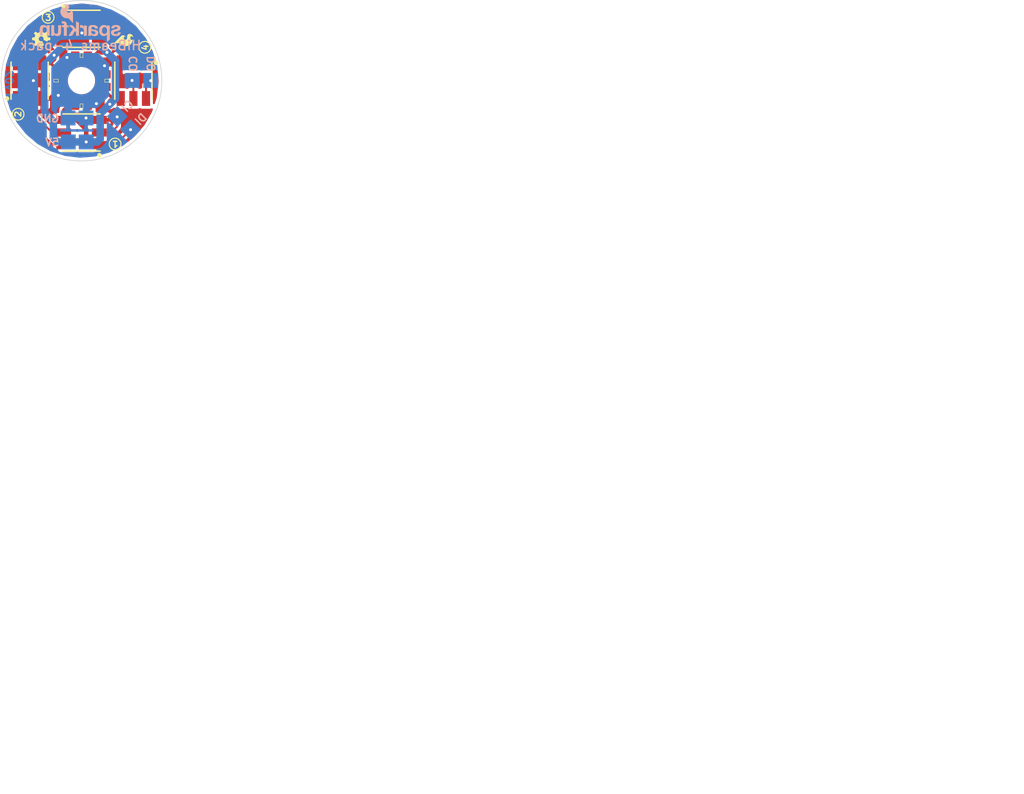
<source format=kicad_pcb>
(kicad_pcb (version 20170123) (host pcbnew no-vcs-found-5013ea2~58~ubuntu16.04.1)

  (general
    (links 28)
    (no_connects 0)
    (area 134.486357 86.988357 272.66 194.5112)
    (thickness 1.6)
    (drawings 27)
    (tracks 136)
    (zones 0)
    (modules 22)
    (nets 13)
  )

  (page A4)
  (layers
    (0 F.Cu signal hide)
    (31 B.Cu signal hide)
    (32 B.Adhes user)
    (33 F.Adhes user)
    (34 B.Paste user)
    (35 F.Paste user)
    (36 B.SilkS user)
    (37 F.SilkS user)
    (38 B.Mask user)
    (39 F.Mask user)
    (40 Dwgs.User user)
    (41 Cmts.User user)
    (42 Eco1.User user)
    (43 Eco2.User user)
    (44 Edge.Cuts user)
    (45 Margin user)
    (46 B.CrtYd user)
    (47 F.CrtYd user)
    (48 B.Fab user)
    (49 F.Fab user)
  )

  (setup
    (last_trace_width 0.254)
    (user_trace_width 0.4064)
    (user_trace_width 0.6096)
    (user_trace_width 0.8128)
    (user_trace_width 1.016)
    (user_trace_width 1.27)
    (trace_clearance 0.2)
    (zone_clearance 0.381)
    (zone_45_only no)
    (trace_min 0.2)
    (segment_width 0.2)
    (edge_width 0.1)
    (via_size 0.6)
    (via_drill 0.4)
    (via_min_size 0.4)
    (via_min_drill 0.3)
    (uvia_size 0.3)
    (uvia_drill 0.1)
    (uvias_allowed no)
    (uvia_min_size 0.2)
    (uvia_min_drill 0.1)
    (pcb_text_width 0.3)
    (pcb_text_size 1.5 1.5)
    (mod_edge_width 0.15)
    (mod_text_size 1 1)
    (mod_text_width 0.15)
    (pad_size 2 2)
    (pad_drill 0)
    (pad_to_mask_clearance 0)
    (aux_axis_origin 145.923 98.425)
    (grid_origin 145.923 98.425)
    (visible_elements 7FF9FFFF)
    (pcbplotparams
      (layerselection 0x010f0_ffffffff)
      (usegerberextensions false)
      (excludeedgelayer true)
      (linewidth 0.100000)
      (plotframeref false)
      (viasonmask false)
      (mode 1)
      (useauxorigin false)
      (hpglpennumber 1)
      (hpglpenspeed 20)
      (hpglpendiameter 15)
      (psnegative false)
      (psa4output false)
      (plotreference false)
      (plotvalue false)
      (plotinvisibletext false)
      (padsonsilk false)
      (subtractmaskfromsilk false)
      (outputformat 1)
      (mirror false)
      (drillshape 0)
      (scaleselection 1)
      (outputdirectory ""))
  )

  (net 0 "")
  (net 1 +5V)
  (net 2 GND)
  (net 3 "Net-(J2-Pad1)")
  (net 4 "Net-(J3-Pad1)")
  (net 5 "Net-(J5-Pad1)")
  (net 6 "Net-(J6-Pad1)")
  (net 7 "Net-(U1-Pad6)")
  (net 8 "Net-(U1-Pad5)")
  (net 9 "Net-(U2-Pad6)")
  (net 10 "Net-(U2-Pad5)")
  (net 11 "Net-(U3-Pad6)")
  (net 12 "Net-(U3-Pad5)")

  (net_class Default "This is the default net class."
    (clearance 0.2)
    (trace_width 0.254)
    (via_dia 0.6)
    (via_drill 0.4)
    (uvia_dia 0.3)
    (uvia_drill 0.1)
    (add_net +5V)
    (add_net GND)
    (add_net "Net-(J2-Pad1)")
    (add_net "Net-(J3-Pad1)")
    (add_net "Net-(J5-Pad1)")
    (add_net "Net-(J6-Pad1)")
    (add_net "Net-(U1-Pad5)")
    (add_net "Net-(U1-Pad6)")
    (add_net "Net-(U2-Pad5)")
    (add_net "Net-(U2-Pad6)")
    (add_net "Net-(U3-Pad5)")
    (add_net "Net-(U3-Pad6)")
  )

  (net_class +5V ""
    (clearance 0.2)
    (trace_width 1.27)
    (via_dia 0.6)
    (via_drill 0.4)
    (uvia_dia 0.3)
    (uvia_drill 0.1)
  )

  (net_class GND ""
    (clearance 0.2)
    (trace_width 1.27)
    (via_dia 0.6)
    (via_drill 0.4)
    (uvia_dia 0.3)
    (uvia_drill 0.1)
  )

  (module Aesthetics:SFE_LOGO_NAME_FLAME_.1 (layer B.Cu) (tedit 200000) (tstamp 5916E91D)
    (at 151.638 93.3196 180)
    (descr "SPARKFUN FONT LOGO W/ FLAME - 0.1\" HEIGHT - SILKSCREEN")
    (tags "SPARKFUN FONT LOGO W/ FLAME - 0.1\" HEIGHT - SILKSCREEN")
    (attr virtual)
    (fp_text reference "" (at 0 0 180) (layer B.SilkS)
      (effects (font (thickness 0.15)) (justify mirror))
    )
    (fp_text value "" (at 0 0 180) (layer B.SilkS)
      (effects (font (thickness 0.15)) (justify mirror))
    )
    (fp_poly (pts (xy 8.24992 4.77774) (xy 8.24992 4.699) (xy 8.23976 4.66852) (xy 8.2296 4.63804)
      (xy 8.19912 4.61772) (xy 8.16864 4.60756) (xy 8.09752 4.60756) (xy 8.05942 4.62788)
      (xy 8.01878 4.6482) (xy 7.9883 4.66852) (xy 7.94766 4.699) (xy 7.91972 4.71932)
      (xy 7.88924 4.7498) (xy 7.86892 4.7879) (xy 7.8486 4.81838) (xy 7.83844 4.85902)
      (xy 7.82828 4.8895) (xy 7.83844 4.91998) (xy 7.8486 4.93776) (xy 7.85876 4.96824)
      (xy 7.87908 4.99872) (xy 7.91972 5.0292) (xy 7.95782 5.04952) (xy 8.00862 5.05968)
      (xy 8.04926 5.06984) (xy 8.07974 5.06984) (xy 8.10768 5.05968) (xy 8.13816 5.05968)
      (xy 8.128 5.06984) (xy 8.0899 5.09778) (xy 8.02894 5.12826) (xy 7.94766 5.15874)
      (xy 7.85876 5.18922) (xy 7.7597 5.18922) (xy 7.64794 5.1689) (xy 7.53872 5.10794)
      (xy 7.44982 5.0292) (xy 7.39902 4.95808) (xy 7.36854 4.86918) (xy 7.36854 4.7879)
      (xy 7.38886 4.699) (xy 7.43966 4.60756) (xy 7.50824 4.52882) (xy 7.58952 4.43992)
      (xy 7.6581 4.35864) (xy 7.68858 4.28752) (xy 7.68858 4.21894) (xy 7.66826 4.15798)
      (xy 7.62762 4.10972) (xy 7.5692 4.06908) (xy 7.48792 4.04876) (xy 7.40918 4.04876)
      (xy 7.35838 4.05892) (xy 7.30758 4.07924) (xy 7.27964 4.09956) (xy 7.24916 4.1275)
      (xy 7.22884 4.16814) (xy 7.21868 4.19862) (xy 7.21868 4.2291) (xy 7.22884 4.25958)
      (xy 7.24916 4.28752) (xy 7.26948 4.30784) (xy 7.2898 4.32816) (xy 7.31774 4.33832)
      (xy 7.33806 4.34848) (xy 7.35838 4.35864) (xy 7.36854 4.3688) (xy 7.34822 4.37896)
      (xy 7.3279 4.37896) (xy 7.2898 4.38912) (xy 7.20852 4.38912) (xy 7.14756 4.37896)
      (xy 7.0993 4.35864) (xy 7.0485 4.33832) (xy 7.00786 4.30784) (xy 6.9596 4.2799)
      (xy 6.92912 4.2291) (xy 6.89864 4.16814) (xy 6.87832 4.10972) (xy 6.86816 4.01828)
      (xy 6.858 3.92938) (xy 6.858 2.64922) (xy 6.86816 2.64922) (xy 6.88848 2.6797)
      (xy 6.91896 2.70764) (xy 6.94944 2.74828) (xy 6.9977 2.79908) (xy 7.0485 2.8575)
      (xy 7.10946 2.91846) (xy 7.15772 2.98958) (xy 7.22884 3.05816) (xy 7.2898 3.11912)
      (xy 7.33806 3.17754) (xy 7.38886 3.21818) (xy 7.43966 3.25882) (xy 7.48792 3.2893)
      (xy 7.54888 3.29946) (xy 7.73938 3.29946) (xy 7.85876 3.31978) (xy 7.96798 3.34772)
      (xy 8.06958 3.38836) (xy 8.16864 3.44932) (xy 8.24992 3.5179) (xy 8.32866 3.59918)
      (xy 8.39978 3.68808) (xy 8.49884 3.86842) (xy 8.54964 4.04876) (xy 8.5598 4.2291)
      (xy 8.52932 4.38912) (xy 8.47852 4.52882) (xy 8.40994 4.6482) (xy 8.32866 4.73964)) (layer B.SilkS) (width 0.01))
    (fp_poly (pts (xy 9.99998 2.35966) (xy 10.36828 2.35966) (xy 10.36828 2.159) (xy 10.37844 2.159)
      (xy 10.41908 2.21996) (xy 10.45972 2.25806) (xy 10.50798 2.2987) (xy 10.56894 2.33934)
      (xy 10.6299 2.35966) (xy 10.68832 2.37998) (xy 10.74928 2.3876) (xy 10.8077 2.3876)
      (xy 10.94994 2.37998) (xy 11.05916 2.3495) (xy 11.14806 2.2987) (xy 11.21918 2.22758)
      (xy 11.26998 2.14884) (xy 11.29792 2.04978) (xy 11.31824 1.93802) (xy 11.3284 1.80848)
      (xy 11.3284 0.9398) (xy 10.93978 0.9398) (xy 10.93978 1.7399) (xy 10.92962 1.81864)
      (xy 10.91946 1.88976) (xy 10.9093 1.94818) (xy 10.87882 1.99898) (xy 10.84834 2.03962)
      (xy 10.79754 2.06756) (xy 10.74928 2.07772) (xy 10.68832 2.08788) (xy 10.60958 2.07772)
      (xy 10.54862 2.06756) (xy 10.49782 2.03962) (xy 10.45972 1.98882) (xy 10.42924 1.93802)
      (xy 10.39876 1.86944) (xy 10.3886 1.778) (xy 10.3886 0.9398) (xy 9.99998 0.9398)
      (xy 9.99998 2.17932)) (layer B.SilkS) (width 0.01))
    (fp_poly (pts (xy 9.78916 0.9398) (xy 9.41832 0.9398) (xy 9.41832 1.13792) (xy 9.40816 1.13792)
      (xy 9.36752 1.0795) (xy 9.32942 1.0287) (xy 9.27862 0.98806) (xy 9.21766 0.95758)
      (xy 9.1694 0.9398) (xy 9.10844 0.91948) (xy 9.03986 0.90932) (xy 8.9789 0.89916)
      (xy 8.8392 0.90932) (xy 8.72998 0.94996) (xy 8.63854 0.99822) (xy 8.56996 1.05918)
      (xy 8.51916 1.14808) (xy 8.48868 1.24968) (xy 8.46836 1.3589) (xy 8.46836 2.35966)
      (xy 8.84936 2.35966) (xy 8.84936 1.55956) (xy 8.85952 1.47828) (xy 8.86968 1.39954)
      (xy 8.87984 1.33858) (xy 8.90778 1.29794) (xy 8.93826 1.25984) (xy 8.98906 1.22936)
      (xy 9.03986 1.2192) (xy 9.09828 1.20904) (xy 9.17956 1.2192) (xy 9.23798 1.22936)
      (xy 9.28878 1.25984) (xy 9.32942 1.29794) (xy 9.3599 1.3589) (xy 9.38784 1.42748)
      (xy 9.398 1.50876) (xy 9.398 2.35966) (xy 9.78916 2.35966) (xy 9.78916 1.1176)) (layer B.SilkS) (width 0.01))
    (fp_poly (pts (xy 7.69874 2.09804) (xy 7.30758 2.09804) (xy 7.34822 2.12852) (xy 7.3787 2.159)
      (xy 7.40918 2.18948) (xy 7.44982 2.22758) (xy 7.47776 2.25806) (xy 7.50824 2.28854)
      (xy 7.54888 2.31902) (xy 7.57936 2.35966) (xy 7.69874 2.35966) (xy 7.69874 2.55778)
      (xy 7.72922 2.63906) (xy 7.7597 2.70764) (xy 7.80796 2.7686) (xy 7.87908 2.8194)
      (xy 7.95782 2.8575) (xy 8.05942 2.88798) (xy 8.34898 2.88798) (xy 8.3693 2.87782)
      (xy 8.3693 2.59842) (xy 8.19912 2.59842) (xy 8.15848 2.58826) (xy 8.13816 2.5781)
      (xy 8.11784 2.56794) (xy 8.09752 2.54) (xy 8.0899 2.51968) (xy 8.0899 2.47904)
      (xy 8.07974 2.4384) (xy 8.07974 2.35966) (xy 8.34898 2.35966) (xy 8.34898 2.09804)
      (xy 8.07974 2.09804) (xy 8.07974 0.9398) (xy 7.69874 0.9398) (xy 7.69874 1.94818)) (layer B.SilkS) (width 0.01))
    (fp_poly (pts (xy 6.0579 2.6797) (xy 6.44906 2.88798) (xy 6.44906 1.84912) (xy 6.93928 2.35966)
      (xy 7.39902 2.35966) (xy 6.86816 1.83896) (xy 7.45998 0.9398) (xy 6.98754 0.9398)
      (xy 6.59892 1.56972) (xy 6.44906 1.42748) (xy 6.44906 0.9398) (xy 6.0579 0.9398)) (layer B.SilkS) (width 0.01))
    (fp_poly (pts (xy 4.99872 2.28854) (xy 5.04952 2.2987) (xy 5.08762 2.30886) (xy 5.13842 2.30886)
      (xy 5.18922 2.31902) (xy 5.22986 2.32918) (xy 5.27812 2.33934) (xy 5.32892 2.3495)
      (xy 5.36956 2.35966) (xy 5.36956 2.08788) (xy 5.40766 2.159) (xy 5.4483 2.2098)
      (xy 5.4991 2.26822) (xy 5.5499 2.30886) (xy 5.61848 2.3495) (xy 5.67944 2.36982)
      (xy 5.74802 2.3876) (xy 5.88772 2.3876) (xy 5.89788 2.37998) (xy 5.90804 2.37998)
      (xy 5.90804 2.0193) (xy 5.89788 2.0193) (xy 5.87756 2.02946) (xy 5.76834 2.02946)
      (xy 5.66928 2.0193) (xy 5.588 1.99898) (xy 5.51942 1.95834) (xy 5.46862 1.89992)
      (xy 5.42798 1.8288) (xy 5.40766 1.75768) (xy 5.38988 1.66878) (xy 5.38988 0.9398)
      (xy 4.99872 0.9398) (xy 4.99872 2.11836)) (layer B.SilkS) (width 0.01))
    (fp_poly (pts (xy 4.00812 1.53924) (xy 3.97764 1.52908) (xy 3.95986 1.51892) (xy 3.9497 1.50876)
      (xy 3.92938 1.4986) (xy 3.90906 1.48844) (xy 3.8989 1.47828) (xy 3.87858 1.46812)
      (xy 3.86842 1.4478) (xy 3.85826 1.42748) (xy 3.8481 1.4097) (xy 3.8481 1.38938)
      (xy 3.83794 1.36906) (xy 3.83794 1.31826) (xy 3.8481 1.28778) (xy 3.8481 1.27)
      (xy 3.85826 1.24968) (xy 3.86842 1.23952) (xy 3.87858 1.2192) (xy 3.8989 1.20904)
      (xy 3.90906 1.19888) (xy 3.92938 1.18872) (xy 3.9497 1.17856) (xy 3.96748 1.17856)
      (xy 3.9878 1.1684) (xy 4.00812 1.1684) (xy 4.02844 1.15824) (xy 4.07924 1.15824)
      (xy 4.1275 1.1684) (xy 4.1783 1.1684) (xy 4.21894 1.18872) (xy 4.25958 1.19888)
      (xy 4.28752 1.2192) (xy 4.30784 1.23952) (xy 4.32816 1.27) (xy 4.34848 1.28778)
      (xy 4.35864 1.31826) (xy 4.3688 1.34874) (xy 4.37896 1.36906) (xy 4.38912 1.39954)
      (xy 4.38912 1.62814) (xy 4.37896 1.61798) (xy 4.3688 1.60782) (xy 4.34848 1.60782)
      (xy 4.32816 1.59766) (xy 4.30784 1.5875) (xy 4.28752 1.5875) (xy 4.26974 1.57988)
      (xy 4.2291 1.57988) (xy 4.1783 1.778) (xy 4.24942 1.79832) (xy 4.30784 1.81864)
      (xy 4.35864 1.84912) (xy 4.38912 1.88976) (xy 4.38912 1.99898) (xy 4.37896 2.0193)
      (xy 4.3688 2.03962) (xy 4.35864 2.05994) (xy 4.34848 2.06756) (xy 4.33832 2.08788)
      (xy 4.318 2.09804) (xy 4.29768 2.1082) (xy 4.2799 2.11836) (xy 4.25958 2.11836)
      (xy 4.23926 2.12852) (xy 4.05892 2.12852) (xy 4.0386 2.11836) (xy 4.01828 2.1082)
      (xy 3.99796 2.09804) (xy 3.97764 2.08788) (xy 3.95986 2.07772) (xy 3.9497 2.06756)
      (xy 3.92938 2.04978) (xy 3.91922 2.03962) (xy 3.90906 2.0193) (xy 3.8989 1.98882)
      (xy 3.88874 1.9685) (xy 3.88874 1.9177) (xy 3.49758 1.9177) (xy 3.50774 1.97866)
      (xy 3.5179 2.03962) (xy 3.53822 2.09804) (xy 3.5687 2.13868) (xy 3.59918 2.18948)
      (xy 3.62966 2.22758) (xy 3.66776 2.25806) (xy 3.71856 2.28854) (xy 3.76936 2.31902)
      (xy 3.81762 2.33934) (xy 3.86842 2.3495) (xy 3.92938 2.36982) (xy 3.9878 2.37998)
      (xy 4.0386 2.3876) (xy 4.26974 2.3876) (xy 4.318 2.37998) (xy 4.37896 2.37998)
      (xy 4.42976 2.36982) (xy 4.47802 2.3495) (xy 4.52882 2.33934) (xy 4.57962 2.31902)
      (xy 4.61772 2.28854) (xy 4.65836 2.25806) (xy 4.699 2.22758) (xy 4.72948 2.18948)
      (xy 4.7498 2.14884) (xy 4.76758 2.09804) (xy 4.77774 2.04978) (xy 4.77774 1.17856)
      (xy 4.7879 1.15824) (xy 4.7879 1.06934) (xy 4.79806 1.04902) (xy 4.79806 1.0287)
      (xy 4.80822 1.00838) (xy 4.80822 0.9779) (xy 4.81838 0.95758) (xy 4.82854 0.94996)
      (xy 4.82854 0.9398) (xy 4.43992 0.9398) (xy 4.43992 0.94996) (xy 4.42976 0.95758)
      (xy 4.42976 0.96774) (xy 4.4196 0.9779) (xy 4.4196 1.00838) (xy 4.40944 1.01854)
      (xy 4.40944 1.0795) (xy 4.38912 1.04902) (xy 4.35864 1.0287) (xy 4.33832 1.00838)
      (xy 4.30784 0.98806) (xy 4.2799 0.9779) (xy 4.24942 0.95758) (xy 4.21894 0.94996)
      (xy 4.18846 0.9398) (xy 4.15798 0.92964) (xy 4.1275 0.91948) (xy 4.09956 0.91948)
      (xy 4.06908 0.90932) (xy 4.02844 0.90932) (xy 3.99796 0.89916) (xy 3.88874 0.89916)
      (xy 3.83794 0.90932) (xy 3.78968 0.90932) (xy 3.74904 0.91948) (xy 3.69824 0.9398)
      (xy 3.6576 0.95758) (xy 3.62966 0.9779) (xy 3.58902 0.99822) (xy 3.55854 1.0287)
      (xy 3.53822 1.05918) (xy 3.50774 1.09982) (xy 3.48996 1.12776) (xy 3.4798 1.17856)
      (xy 3.45948 1.2192) (xy 3.45948 1.27) (xy 3.44932 1.31826) (xy 3.46964 1.42748)
      (xy 3.49758 1.51892) (xy 3.53822 1.5875) (xy 3.60934 1.64846) (xy 3.67792 1.6891)
      (xy 3.7592 1.71958) (xy 3.83794 1.7399) (xy 3.92938 1.74752)) (layer B.SilkS) (width 0.01))
    (fp_poly (pts (xy 3.92938 1.74752) (xy 4.01828 1.75768) (xy 4.10972 1.76784) (xy 4.1783 1.778)
      (xy 4.2291 1.57988) (xy 4.20878 1.56972) (xy 4.18846 1.56972) (xy 4.15798 1.55956)
      (xy 4.11988 1.55956) (xy 4.0894 1.5494) (xy 4.04876 1.5494) (xy 4.02844 1.53924)
      (xy 4.00812 1.53924)) (layer B.SilkS) (width 0.01))
    (fp_poly (pts (xy 3.24866 1.23952) (xy 3.1877 1.12776) (xy 3.0988 1.03886) (xy 2.98958 0.95758)
      (xy 2.86766 0.91948) (xy 2.7178 0.89916) (xy 2.65938 0.90932) (xy 2.59842 0.91948)
      (xy 2.54 0.92964) (xy 2.47904 0.95758) (xy 2.42824 0.98806) (xy 2.37998 1.01854)
      (xy 2.33934 1.06934) (xy 2.2987 1.1176) (xy 2.28854 1.1176) (xy 2.28854 0.09906)
      (xy 2.2479 0.1397) (xy 2.19964 0.18796) (xy 2.14884 0.2286) (xy 2.09804 0.26924)
      (xy 2.04978 0.30988) (xy 1.99898 0.35814) (xy 1.95834 0.39878) (xy 1.90754 0.43942)
      (xy 1.90754 2.28854) (xy 1.94818 2.2987) (xy 1.99898 2.30886) (xy 2.04978 2.30886)
      (xy 2.08788 2.31902) (xy 2.13868 2.32918) (xy 2.17932 2.33934) (xy 2.22758 2.3495)
      (xy 2.27838 2.35966) (xy 2.27838 2.17932) (xy 2.31902 2.22758) (xy 2.35966 2.26822)
      (xy 2.40792 2.30886) (xy 2.45872 2.33934) (xy 2.50952 2.36982) (xy 2.56794 2.37998)
      (xy 2.6289 2.3876) (xy 2.69748 2.3876) (xy 2.84988 2.37998) (xy 2.98958 2.32918)
      (xy 3.0988 2.25806) (xy 3.1877 2.159) (xy 3.25882 2.04978) (xy 3.29946 1.9177)
      (xy 3.32994 1.778) (xy 3.33756 1.62814) (xy 2.94894 1.6383) (xy 2.94894 1.72974)
      (xy 2.93878 1.80848) (xy 2.9083 1.88976) (xy 2.87782 1.95834) (xy 2.82956 2.0193)
      (xy 2.7686 2.05994) (xy 2.69748 2.08788) (xy 2.60858 2.09804) (xy 2.52984 2.08788)
      (xy 2.44856 2.05994) (xy 2.39776 2.0193) (xy 2.3495 1.95834) (xy 2.31902 1.88976)
      (xy 2.28854 1.80848) (xy 2.27838 1.72974) (xy 2.27838 1.55956) (xy 2.2987 1.47828)
      (xy 2.31902 1.39954) (xy 2.3495 1.32842) (xy 2.39776 1.27762) (xy 2.45872 1.22936)
      (xy 2.52984 1.20904) (xy 2.61874 1.19888) (xy 2.69748 1.20904) (xy 2.77876 1.22936)
      (xy 2.83972 1.27762) (xy 2.87782 1.32842) (xy 2.9083 1.39954)) (layer B.SilkS) (width 0.01))
    (fp_poly (pts (xy 2.9083 1.39954) (xy 2.93878 1.47828) (xy 2.94894 1.55956) (xy 2.94894 1.6383)
      (xy 3.33756 1.62814) (xy 3.32994 1.48844) (xy 3.29946 1.3589) (xy 3.24866 1.23952)) (layer B.SilkS) (width 0.01))
    (fp_poly (pts (xy 0.80772 1.39954) (xy 0.80772 1.33858) (xy 0.82804 1.28778) (xy 0.85852 1.24968)
      (xy 0.89916 1.2192) (xy 0.9398 1.18872) (xy 0.99822 1.17856) (xy 1.04902 1.1684)
      (xy 1.10998 1.15824) (xy 1.14808 1.1684) (xy 1.18872 1.1684) (xy 1.22936 1.17856)
      (xy 1.27 1.19888) (xy 1.3081 1.22936) (xy 1.33858 1.25984) (xy 1.34874 1.29794)
      (xy 1.3589 1.33858) (xy 1.34874 1.37922) (xy 1.32842 1.41986) (xy 1.28778 1.4478)
      (xy 1.23952 1.47828) (xy 1.17856 1.4986) (xy 1.09982 1.51892) (xy 1.01854 1.53924)
      (xy 0.91948 1.55956) (xy 0.82804 1.57988) (xy 0.7493 1.60782) (xy 0.67818 1.6383)
      (xy 0.6096 1.67894) (xy 0.54864 1.71958) (xy 0.508 1.778) (xy 0.47752 1.84912)
      (xy 0.4699 1.93802) (xy 0.47752 2.05994) (xy 0.51816 2.159) (xy 0.58928 2.23774)
      (xy 0.65786 2.2987) (xy 0.75946 2.3495) (xy 0.85852 2.36982) (xy 0.96774 2.3876)
      (xy 1.19888 2.3876) (xy 1.3081 2.36982) (xy 1.4097 2.33934) (xy 1.4986 2.2987)
      (xy 1.57988 2.23774) (xy 1.6383 2.159) (xy 1.6891 2.05994) (xy 1.70942 1.93802)
      (xy 1.33858 1.93802) (xy 1.32842 1.98882) (xy 1.3081 2.03962) (xy 1.28778 2.06756)
      (xy 1.25984 2.08788) (xy 1.2192 2.1082) (xy 1.1684 2.12852) (xy 0.99822 2.12852)
      (xy 0.96774 2.11836) (xy 0.92964 2.1082) (xy 0.89916 2.09804) (xy 0.87884 2.06756)
      (xy 0.85852 2.03962) (xy 0.85852 1.99898) (xy 0.86868 1.95834) (xy 0.89916 1.9177)
      (xy 0.9398 1.88976) (xy 0.99822 1.85928) (xy 1.05918 1.83896) (xy 1.13792 1.8288)
      (xy 1.2192 1.80848) (xy 1.29794 1.78816) (xy 1.37922 1.76784) (xy 1.46812 1.74752)
      (xy 1.53924 1.70942) (xy 1.60782 1.66878) (xy 1.66878 1.61798) (xy 1.70942 1.55956)
      (xy 1.7399 1.48844) (xy 1.74752 1.39954) (xy 1.72974 1.27) (xy 1.6891 1.15824)
      (xy 1.62814 1.0795) (xy 1.5494 1.00838) (xy 1.4478 0.95758) (xy 1.33858 0.92964)
      (xy 1.2192 0.90932) (xy 1.09982 0.89916) (xy 0.9779 0.90932) (xy 0.85852 0.92964)
      (xy 0.7493 0.95758) (xy 0.6477 1.00838) (xy 0.56896 1.0795) (xy 0.49784 1.1684)
      (xy 0.45974 1.27) (xy 0.43942 1.39954) (xy 0.75946 1.39954)) (layer B.SilkS) (width 0.01))
  )

  (module Pete:APA102_3 (layer F.Cu) (tedit 591CA5E4) (tstamp 58F4FE97)
    (at 145.923 91.44 180)
    (path /58F4DDA4)
    (fp_text reference U3 (at 0 3.556 180) (layer F.SilkS) hide
      (effects (font (size 0.889 0.889) (thickness 0.22225)))
    )
    (fp_text value APA102C (at 0 0 270) (layer F.SilkS) hide
      (effects (font (size 0.889 0.6) (thickness 0.15)))
    )
    (fp_line (start -2.5 -2.5) (end 2.5 -2.5) (layer F.SilkS) (width 0.2032))
    (fp_line (start -2.5 2.5) (end 2.5 2.5) (layer F.SilkS) (width 0.2032))
    (fp_circle (center 2.413 3.048) (end 2.54 3.2385) (layer F.SilkS) (width 0.15))
    (fp_circle (center 2.413 3.048) (end 2.4765 3.1115) (layer F.SilkS) (width 0.15))
    (pad 6 smd rect (at -2.4 1.700001) (size 2 1.1) (layers F.Cu F.Paste F.Mask)
      (net 11 "Net-(U3-Pad6)") (solder_mask_margin 0.1016))
    (pad 5 smd rect (at -2.399998 0) (size 2 1.1) (layers F.Cu F.Paste F.Mask)
      (net 12 "Net-(U3-Pad5)") (solder_mask_margin 0.1016))
    (pad 4 smd rect (at -2.4 -1.7) (size 2 1.1) (layers F.Cu F.Paste F.Mask)
      (net 1 +5V) (solder_mask_margin 0.1016))
    (pad 3 smd rect (at 2.4 -1.700001 180) (size 2 1.1) (layers F.Cu F.Paste F.Mask)
      (net 2 GND) (solder_mask_margin 0.1016))
    (pad 2 smd rect (at 2.399998 0 180) (size 2 1.1) (layers F.Cu F.Paste F.Mask)
      (net 10 "Net-(U2-Pad5)") (solder_mask_margin 0.1016))
    (pad 1 smd rect (at 2.4 1.7 180) (size 2 1.1) (layers F.Cu F.Paste F.Mask)
      (net 9 "Net-(U2-Pad6)") (solder_mask_margin 0.1016))
  )

  (module Pete:APA102_3 (layer F.Cu) (tedit 591CA5E4) (tstamp 58F4FEA6)
    (at 152.908 98.425 90)
    (path /58F4DDF9)
    (fp_text reference U4 (at 0 3.556 90) (layer F.SilkS) hide
      (effects (font (size 0.889 0.889) (thickness 0.22225)))
    )
    (fp_text value APA102C (at 0 0 180) (layer F.SilkS) hide
      (effects (font (size 0.889 0.6) (thickness 0.15)))
    )
    (fp_line (start -2.5 -2.5) (end 2.5 -2.5) (layer F.SilkS) (width 0.2032))
    (fp_line (start -2.5 2.5) (end 2.5 2.5) (layer F.SilkS) (width 0.2032))
    (fp_circle (center 2.413 3.048) (end 2.54 3.2385) (layer F.SilkS) (width 0.15))
    (fp_circle (center 2.413 3.048) (end 2.4765 3.1115) (layer F.SilkS) (width 0.15))
    (pad 6 smd rect (at -2.4 1.700001 270) (size 2 1.1) (layers F.Cu F.Paste F.Mask)
      (net 6 "Net-(J6-Pad1)") (solder_mask_margin 0.1016))
    (pad 5 smd rect (at -2.399998 0 270) (size 2 1.1) (layers F.Cu F.Paste F.Mask)
      (net 5 "Net-(J5-Pad1)") (solder_mask_margin 0.1016))
    (pad 4 smd rect (at -2.4 -1.7 270) (size 2 1.1) (layers F.Cu F.Paste F.Mask)
      (net 1 +5V) (solder_mask_margin 0.1016))
    (pad 3 smd rect (at 2.4 -1.700001 90) (size 2 1.1) (layers F.Cu F.Paste F.Mask)
      (net 2 GND) (solder_mask_margin 0.1016))
    (pad 2 smd rect (at 2.399998 0 90) (size 2 1.1) (layers F.Cu F.Paste F.Mask)
      (net 12 "Net-(U3-Pad5)") (solder_mask_margin 0.1016))
    (pad 1 smd rect (at 2.4 1.7 90) (size 2 1.1) (layers F.Cu F.Paste F.Mask)
      (net 11 "Net-(U3-Pad6)") (solder_mask_margin 0.1016))
  )

  (module Pete:APA102_3 (layer F.Cu) (tedit 591CA5E4) (tstamp 58F4FE79)
    (at 145.923 105.41)
    (path /58F4DCA4)
    (fp_text reference U1 (at 0 3.556) (layer F.SilkS) hide
      (effects (font (size 0.889 0.889) (thickness 0.22225)))
    )
    (fp_text value APA102C (at 0 0 90) (layer F.SilkS) hide
      (effects (font (size 0.889 0.6) (thickness 0.15)))
    )
    (fp_line (start -2.5 -2.5) (end 2.5 -2.5) (layer F.SilkS) (width 0.2032))
    (fp_line (start -2.5 2.5) (end 2.5 2.5) (layer F.SilkS) (width 0.2032))
    (fp_circle (center 2.413 3.048) (end 2.54 3.2385) (layer F.SilkS) (width 0.15))
    (fp_circle (center 2.413 3.048) (end 2.4765 3.1115) (layer F.SilkS) (width 0.15))
    (pad 6 smd rect (at -2.4 1.700001 180) (size 2 1.1) (layers F.Cu F.Paste F.Mask)
      (net 7 "Net-(U1-Pad6)") (solder_mask_margin 0.1016))
    (pad 5 smd rect (at -2.399998 0 180) (size 2 1.1) (layers F.Cu F.Paste F.Mask)
      (net 8 "Net-(U1-Pad5)") (solder_mask_margin 0.1016))
    (pad 4 smd rect (at -2.4 -1.7 180) (size 2 1.1) (layers F.Cu F.Paste F.Mask)
      (net 1 +5V) (solder_mask_margin 0.1016))
    (pad 3 smd rect (at 2.4 -1.700001) (size 2 1.1) (layers F.Cu F.Paste F.Mask)
      (net 2 GND) (solder_mask_margin 0.1016))
    (pad 2 smd rect (at 2.399998 0) (size 2 1.1) (layers F.Cu F.Paste F.Mask)
      (net 3 "Net-(J2-Pad1)") (solder_mask_margin 0.1016))
    (pad 1 smd rect (at 2.4 1.7) (size 2 1.1) (layers F.Cu F.Paste F.Mask)
      (net 4 "Net-(J3-Pad1)") (solder_mask_margin 0.1016))
  )

  (module Pete:APA102_3 (layer F.Cu) (tedit 591CA5E4) (tstamp 58F4FE88)
    (at 138.938 98.425 270)
    (path /58F4DD4F)
    (fp_text reference U2 (at 0 3.556 270) (layer F.SilkS) hide
      (effects (font (size 0.889 0.889) (thickness 0.22225)))
    )
    (fp_text value APA102C (at 0 0) (layer F.SilkS) hide
      (effects (font (size 0.889 0.6) (thickness 0.15)))
    )
    (fp_line (start -2.5 -2.5) (end 2.5 -2.5) (layer F.SilkS) (width 0.2032))
    (fp_line (start -2.5 2.5) (end 2.5 2.5) (layer F.SilkS) (width 0.2032))
    (fp_circle (center 2.413 3.048) (end 2.54 3.2385) (layer F.SilkS) (width 0.15))
    (fp_circle (center 2.413 3.048) (end 2.4765 3.1115) (layer F.SilkS) (width 0.15))
    (pad 6 smd rect (at -2.4 1.700001 90) (size 2 1.1) (layers F.Cu F.Paste F.Mask)
      (net 9 "Net-(U2-Pad6)") (solder_mask_margin 0.1016))
    (pad 5 smd rect (at -2.399998 0 90) (size 2 1.1) (layers F.Cu F.Paste F.Mask)
      (net 10 "Net-(U2-Pad5)") (solder_mask_margin 0.1016))
    (pad 4 smd rect (at -2.4 -1.7 90) (size 2 1.1) (layers F.Cu F.Paste F.Mask)
      (net 1 +5V) (solder_mask_margin 0.1016))
    (pad 3 smd rect (at 2.4 -1.700001 270) (size 2 1.1) (layers F.Cu F.Paste F.Mask)
      (net 2 GND) (solder_mask_margin 0.1016))
    (pad 2 smd rect (at 2.399998 0 270) (size 2 1.1) (layers F.Cu F.Paste F.Mask)
      (net 8 "Net-(U1-Pad5)") (solder_mask_margin 0.1016))
    (pad 1 smd rect (at 2.4 1.7 270) (size 2 1.1) (layers F.Cu F.Paste F.Mask)
      (net 7 "Net-(U1-Pad6)") (solder_mask_margin 0.1016))
  )

  (module SparkFun:SFE_LOGO_FLAME_.1 (layer F.Cu) (tedit 200000) (tstamp 5916FD2C)
    (at 149.8092 93.4212 315)
    (descr "SPARKFUN FLAME LOGO - 0.1\" HEIGHT - SILKSCREEN")
    (tags "SPARKFUN FLAME LOGO - 0.1\" HEIGHT - SILKSCREEN")
    (attr virtual)
    (fp_text reference "" (at 0 0 315) (layer F.SilkS)
      (effects (font (thickness 0.15)))
    )
    (fp_text value "" (at 0 0 315) (layer F.SilkS)
      (effects (font (thickness 0.15)))
    )
    (fp_poly (pts (xy 1.69926 -2.4892) (xy 1.69926 -2.39776) (xy 1.6891 -2.36982) (xy 1.67894 -2.3495)
      (xy 1.64846 -2.31902) (xy 1.61798 -2.30886) (xy 1.5875 -2.30886) (xy 1.50876 -2.32918)
      (xy 1.46812 -2.3495) (xy 1.43764 -2.36982) (xy 1.39954 -2.39776) (xy 1.33858 -2.45872)
      (xy 1.29794 -2.51968) (xy 1.28778 -2.55778) (xy 1.28778 -2.61874) (xy 1.29794 -2.64922)
      (xy 1.3081 -2.66954) (xy 1.32842 -2.69748) (xy 1.36906 -2.72796) (xy 1.4097 -2.74828)
      (xy 1.45796 -2.75844) (xy 1.4986 -2.7686) (xy 1.55956 -2.7686) (xy 1.57988 -2.75844)
      (xy 1.5875 -2.75844) (xy 1.57988 -2.7686) (xy 1.53924 -2.79908) (xy 1.39954 -2.86766)
      (xy 1.3081 -2.88798) (xy 1.20904 -2.88798) (xy 1.09982 -2.86766) (xy 0.98806 -2.80924)
      (xy 0.89916 -2.73812) (xy 0.84836 -2.65938) (xy 0.81788 -2.56794) (xy 0.81788 -2.4892)
      (xy 0.8382 -2.39776) (xy 0.889 -2.30886) (xy 0.95758 -2.22758) (xy 1.03886 -2.13868)
      (xy 1.10998 -2.06756) (xy 1.13792 -1.98882) (xy 1.13792 -1.9177) (xy 1.1176 -1.85928)
      (xy 1.0795 -1.80848) (xy 1.01854 -1.76784) (xy 0.9398 -1.74752) (xy 0.85852 -1.74752)
      (xy 0.80772 -1.75768) (xy 0.75946 -1.778) (xy 0.6985 -1.83896) (xy 0.67818 -1.86944)
      (xy 0.66802 -1.89992) (xy 0.66802 -1.93802) (xy 0.67818 -1.9685) (xy 0.73914 -2.02946)
      (xy 0.76962 -2.03962) (xy 0.80772 -2.05994) (xy 0.81788 -2.06756) (xy 0.77978 -2.08788)
      (xy 0.65786 -2.08788) (xy 0.59944 -2.07772) (xy 0.54864 -2.06756) (xy 0.49784 -2.04978)
      (xy 0.45974 -2.0193) (xy 0.40894 -1.97866) (xy 0.34798 -1.8796) (xy 0.32766 -1.80848)
      (xy 0.3175 -1.72974) (xy 0.3175 -0.35814) (xy 0.3683 -0.40894) (xy 0.39878 -0.45974)
      (xy 0.44958 -0.508) (xy 0.49784 -0.56896) (xy 0.61976 -0.68834) (xy 0.73914 -0.82804)
      (xy 0.8382 -0.92964) (xy 0.9398 -0.98806) (xy 0.99822 -0.99822) (xy 1.18872 -0.99822)
      (xy 1.3081 -1.01854) (xy 1.41986 -1.04902) (xy 1.51892 -1.08966) (xy 1.61798 -1.14808)
      (xy 1.69926 -1.2192) (xy 1.778 -1.29794) (xy 1.84912 -1.38938) (xy 1.94818 -1.56972)
      (xy 1.99898 -1.75768) (xy 2.00914 -1.92786) (xy 1.97866 -2.08788) (xy 1.92786 -2.23774)
      (xy 1.85928 -2.3495) (xy 1.778 -2.4384)) (layer F.SilkS) (width 0.01))
  )

  (module SparkFun:OSHW-LOGO-MINI (layer F.Cu) (tedit 200000) (tstamp 591279C4)
    (at 140.4874 92.7862 45)
    (descr "OPEN-SOURCE HARDWARE (OSHW) LOGO - MINI - SILKSCREEN")
    (tags "OPEN-SOURCE HARDWARE (OSHW) LOGO - MINI - SILKSCREEN")
    (attr virtual)
    (fp_text reference "" (at 0 0 45) (layer F.SilkS)
      (effects (font (thickness 0.15)))
    )
    (fp_text value "" (at 0 0 45) (layer F.SilkS)
      (effects (font (thickness 0.15)))
    )
    (fp_poly (pts (xy 1.23444 0.17018) (xy 1.23444 -0.14732) (xy 0.8763 -0.20574) (xy 0.8763 -0.24638)
      (xy 0.86614 -0.25654) (xy 0.86614 -0.27686) (xy 0.85598 -0.28702) (xy 0.84582 -0.30734)
      (xy 0.84582 -0.32512) (xy 0.83566 -0.33528) (xy 0.83566 -0.3556) (xy 0.8255 -0.36576)
      (xy 0.81534 -0.38608) (xy 0.80518 -0.39624) (xy 0.80518 -0.41656) (xy 0.79502 -0.42672)
      (xy 0.78486 -0.44704) (xy 0.7747 -0.4572) (xy 0.98552 -0.74676) (xy 0.75438 -0.9652)
      (xy 0.46482 -0.76708) (xy 0.45466 -0.77724) (xy 0.43434 -0.78486) (xy 0.42418 -0.78486)
      (xy 0.4064 -0.79502) (xy 0.39624 -0.80518) (xy 0.37592 -0.81534) (xy 0.36576 -0.81534)
      (xy 0.34544 -0.8255) (xy 0.33528 -0.83566) (xy 0.31496 -0.83566) (xy 0.29464 -0.84582)
      (xy 0.28448 -0.84582) (xy 0.26416 -0.85598) (xy 0.25654 -0.85598) (xy 0.23622 -0.86614)
      (xy 0.2159 -0.86614) (xy 0.15494 -1.21666) (xy -0.16256 -1.21666) (xy -0.22098 -0.86614)
      (xy -0.23114 -0.86614) (xy -0.25146 -0.85598) (xy -0.27178 -0.85598) (xy -0.28194 -0.84582)
      (xy -0.30226 -0.84582) (xy -0.32258 -0.83566) (xy -0.33274 -0.83566) (xy -0.35306 -0.8255)
      (xy -0.36322 -0.81534) (xy -0.381 -0.81534) (xy -0.39116 -0.80518) (xy -0.41148 -0.79502)
      (xy -0.42164 -0.78486) (xy -0.44196 -0.78486) (xy -0.45212 -0.77724) (xy -0.47244 -0.76708)
      (xy -0.762 -0.9652) (xy -0.98298 -0.74676) (xy -0.78232 -0.4572) (xy -0.79248 -0.44704)
      (xy -0.79248 -0.42672) (xy -0.80264 -0.41656) (xy -0.8128 -0.39624) (xy -0.82296 -0.38608)
      (xy -0.82296 -0.36576) (xy -0.83312 -0.3556) (xy -0.84328 -0.33528) (xy -0.84328 -0.32512)
      (xy -0.86106 -0.28702) (xy -0.86106 -0.27686) (xy -0.87122 -0.25654) (xy -0.87122 -0.24638)
      (xy -0.88138 -0.22606) (xy -0.88138 -0.20574) (xy -1.2319 -0.14732) (xy -1.2319 0.17018)
      (xy -0.88138 0.23114) (xy -0.88138 0.2413) (xy -0.87122 0.26162) (xy -0.87122 0.28194)
      (xy -0.86106 0.2921) (xy -0.86106 0.31242) (xy -0.8509 0.32258) (xy -0.84328 0.34036)
      (xy -0.84328 0.36068) (xy -0.83312 0.37084) (xy -0.83312 0.39116) (xy -0.82296 0.40132)
      (xy -0.8128 0.42164) (xy -0.80264 0.4318) (xy -0.79248 0.45212) (xy -0.79248 0.46228)
      (xy -0.78232 0.4826) (xy -0.98298 0.762) (xy -0.762 0.9906) (xy -0.47244 0.79248)
      (xy -0.46228 0.79248) (xy -0.45212 0.8001) (xy -0.44196 0.8001) (xy -0.4318 0.81026)
      (xy -0.42164 0.81026) (xy -0.41148 0.82042) (xy -0.40132 0.82042) (xy -0.39116 0.83058)
      (xy -0.381 0.83058) (xy -0.37338 0.84074) (xy -0.36322 0.84074) (xy -0.35306 0.8509)
      (xy -0.33274 0.8509) (xy -0.32258 0.86106) (xy -0.12192 0.32258) (xy -0.1524 0.31242)
      (xy -0.19304 0.2921) (xy -0.21336 0.27178) (xy -0.23114 0.26162) (xy -0.25146 0.2413)
      (xy -0.26162 0.22098) (xy -0.28194 0.20066) (xy -0.30226 0.16256) (xy -0.31242 0.13208)
      (xy -0.33274 0.09144) (xy -0.33274 0.06096) (xy -0.3429 0.03048) (xy -0.3429 -0.0254)
      (xy -0.30226 -0.14732) (xy -0.26162 -0.20574) (xy -0.2413 -0.22606) (xy -0.21336 -0.24638)
      (xy -0.19304 -0.2667) (xy -0.16256 -0.28702) (xy -0.13208 -0.29718) (xy -0.1016 -0.31496)
      (xy -0.07112 -0.31496) (xy -0.03302 -0.32512) (xy 0.03556 -0.32512) (xy 0.06604 -0.31496)
      (xy 0.09652 -0.31496) (xy 0.12446 -0.29718) (xy 0.15494 -0.28702) (xy 0.2159 -0.24638)
      (xy 0.25654 -0.20574) (xy 0.29464 -0.14732) (xy 0.3048 -0.11684) (xy 0.32512 -0.08636)
      (xy 0.32512 -0.05588) (xy 0.33528 -0.0254) (xy 0.33528 0.06096) (xy 0.32512 0.09144)
      (xy 0.32512 0.11176) (xy 0.31496 0.13208) (xy 0.3048 0.16256) (xy 0.29464 0.18034)
      (xy 0.27432 0.20066) (xy 0.26416 0.22098) (xy 0.22606 0.26162) (xy 0.20574 0.27178)
      (xy 0.18542 0.2921) (xy 0.12446 0.32258) (xy 0.32512 0.86106) (xy 0.32512 0.8509)
      (xy 0.34544 0.8509) (xy 0.3556 0.84074) (xy 0.36576 0.84074) (xy 0.37592 0.83058)
      (xy 0.38608 0.83058) (xy 0.39624 0.82042) (xy 0.41656 0.82042) (xy 0.42418 0.81026)
      (xy 0.43434 0.81026) (xy 0.45466 0.79248) (xy 0.46482 0.79248) (xy 0.75438 0.9906)
      (xy 0.98552 0.762) (xy 0.7747 0.4826) (xy 0.78486 0.46228) (xy 0.79502 0.45212)
      (xy 0.80518 0.4318) (xy 0.80518 0.42164) (xy 0.81534 0.40132) (xy 0.8255 0.39116)
      (xy 0.83566 0.37084) (xy 0.83566 0.36068) (xy 0.85598 0.32258) (xy 0.85598 0.31242)
      (xy 0.86614 0.2921) (xy 0.86614 0.28194) (xy 0.8763 0.26162) (xy 0.8763 0.2413)
      (xy 0.88646 0.23114)) (layer F.SilkS) (width 0.01))
  )

  (module Pete:0603_revised (layer F.Cu) (tedit 5914AE47) (tstamp 58F4FE22)
    (at 145.923 101.854)
    (path /58F4E20E)
    (attr smd)
    (fp_text reference C1 (at 0.127 -0.9652) (layer F.SilkS) hide
      (effects (font (size 0.4064 0.4064) (thickness 0.0254)))
    )
    (fp_text value C (at 0.2032 0.9398) (layer F.SilkS) hide
      (effects (font (size 0.4064 0.4064) (thickness 0.0254)))
    )
    (fp_line (start -0.3556 0.41656) (end 0.3556 0.41656) (layer Dwgs.User) (width 0.1016))
    (fp_line (start -0.3556 -0.4318) (end 0.3556 -0.4318) (layer Dwgs.User) (width 0.1016))
    (fp_line (start -1.47066 0.98298) (end -1.47066 -0.98298) (layer Dwgs.User) (width 0.0508))
    (fp_line (start 1.47066 0.98298) (end -1.47066 0.98298) (layer Dwgs.User) (width 0.0508))
    (fp_line (start 1.47066 -0.98298) (end 1.47066 0.98298) (layer Dwgs.User) (width 0.0508))
    (fp_line (start -1.47066 -0.98298) (end 1.47066 -0.98298) (layer Dwgs.User) (width 0.0508))
    (fp_line (start -0.19812 0.29972) (end -0.19812 -0.29972) (layer F.SilkS) (width 0.06604))
    (fp_line (start -0.19812 -0.29972) (end 0.19812 -0.29972) (layer F.SilkS) (width 0.06604))
    (fp_line (start 0.19812 0.29972) (end 0.19812 -0.29972) (layer F.SilkS) (width 0.06604))
    (fp_line (start -0.19812 0.29972) (end 0.19812 0.29972) (layer F.SilkS) (width 0.06604))
    (fp_line (start 0.3302 0.4699) (end 0.3302 -0.48006) (layer Dwgs.User) (width 0.06604))
    (fp_line (start 0.3302 -0.48006) (end 0.82804 -0.48006) (layer Dwgs.User) (width 0.06604))
    (fp_line (start 0.82804 0.4699) (end 0.82804 -0.48006) (layer Dwgs.User) (width 0.06604))
    (fp_line (start 0.3302 0.4699) (end 0.82804 0.4699) (layer Dwgs.User) (width 0.06604))
    (fp_line (start -0.8382 0.4699) (end -0.8382 -0.48006) (layer Dwgs.User) (width 0.06604))
    (fp_line (start -0.8382 -0.48006) (end -0.33782 -0.48006) (layer Dwgs.User) (width 0.06604))
    (fp_line (start -0.33782 0.4699) (end -0.33782 -0.48006) (layer Dwgs.User) (width 0.06604))
    (fp_line (start -0.8382 0.4699) (end -0.33782 0.4699) (layer Dwgs.User) (width 0.06604))
    (pad 2 smd rect (at 0.84836 0) (size 1.09982 0.99822) (layers F.Cu F.Paste F.Mask)
      (net 2 GND))
    (pad 1 smd rect (at -0.84836 0) (size 1.09982 0.99822) (layers F.Cu F.Paste F.Mask)
      (net 1 +5V))
  )

  (module Pete:0603_revised (layer F.Cu) (tedit 5914AE47) (tstamp 58F4FE3A)
    (at 142.494 98.425 270)
    (path /58F4E2CB)
    (attr smd)
    (fp_text reference C2 (at 0.127 -0.9652 270) (layer F.SilkS) hide
      (effects (font (size 0.4064 0.4064) (thickness 0.0254)))
    )
    (fp_text value C (at 0.2032 0.9398 270) (layer F.SilkS) hide
      (effects (font (size 0.4064 0.4064) (thickness 0.0254)))
    )
    (fp_line (start -0.3556 0.41656) (end 0.3556 0.41656) (layer Dwgs.User) (width 0.1016))
    (fp_line (start -0.3556 -0.4318) (end 0.3556 -0.4318) (layer Dwgs.User) (width 0.1016))
    (fp_line (start -1.47066 0.98298) (end -1.47066 -0.98298) (layer Dwgs.User) (width 0.0508))
    (fp_line (start 1.47066 0.98298) (end -1.47066 0.98298) (layer Dwgs.User) (width 0.0508))
    (fp_line (start 1.47066 -0.98298) (end 1.47066 0.98298) (layer Dwgs.User) (width 0.0508))
    (fp_line (start -1.47066 -0.98298) (end 1.47066 -0.98298) (layer Dwgs.User) (width 0.0508))
    (fp_line (start -0.19812 0.29972) (end -0.19812 -0.29972) (layer F.SilkS) (width 0.06604))
    (fp_line (start -0.19812 -0.29972) (end 0.19812 -0.29972) (layer F.SilkS) (width 0.06604))
    (fp_line (start 0.19812 0.29972) (end 0.19812 -0.29972) (layer F.SilkS) (width 0.06604))
    (fp_line (start -0.19812 0.29972) (end 0.19812 0.29972) (layer F.SilkS) (width 0.06604))
    (fp_line (start 0.3302 0.4699) (end 0.3302 -0.48006) (layer Dwgs.User) (width 0.06604))
    (fp_line (start 0.3302 -0.48006) (end 0.82804 -0.48006) (layer Dwgs.User) (width 0.06604))
    (fp_line (start 0.82804 0.4699) (end 0.82804 -0.48006) (layer Dwgs.User) (width 0.06604))
    (fp_line (start 0.3302 0.4699) (end 0.82804 0.4699) (layer Dwgs.User) (width 0.06604))
    (fp_line (start -0.8382 0.4699) (end -0.8382 -0.48006) (layer Dwgs.User) (width 0.06604))
    (fp_line (start -0.8382 -0.48006) (end -0.33782 -0.48006) (layer Dwgs.User) (width 0.06604))
    (fp_line (start -0.33782 0.4699) (end -0.33782 -0.48006) (layer Dwgs.User) (width 0.06604))
    (fp_line (start -0.8382 0.4699) (end -0.33782 0.4699) (layer Dwgs.User) (width 0.06604))
    (pad 2 smd rect (at 0.84836 0 270) (size 1.09982 0.99822) (layers F.Cu F.Paste F.Mask)
      (net 2 GND))
    (pad 1 smd rect (at -0.84836 0 270) (size 1.09982 0.99822) (layers F.Cu F.Paste F.Mask)
      (net 1 +5V))
  )

  (module Pete:0603_revised (layer F.Cu) (tedit 5914AE47) (tstamp 58F4FE52)
    (at 145.923 94.996 180)
    (path /58F4E386)
    (attr smd)
    (fp_text reference C3 (at 0.127 -0.9652 180) (layer F.SilkS) hide
      (effects (font (size 0.4064 0.4064) (thickness 0.0254)))
    )
    (fp_text value C (at 0.2032 0.9398 180) (layer F.SilkS) hide
      (effects (font (size 0.4064 0.4064) (thickness 0.0254)))
    )
    (fp_line (start -0.3556 0.41656) (end 0.3556 0.41656) (layer Dwgs.User) (width 0.1016))
    (fp_line (start -0.3556 -0.4318) (end 0.3556 -0.4318) (layer Dwgs.User) (width 0.1016))
    (fp_line (start -1.47066 0.98298) (end -1.47066 -0.98298) (layer Dwgs.User) (width 0.0508))
    (fp_line (start 1.47066 0.98298) (end -1.47066 0.98298) (layer Dwgs.User) (width 0.0508))
    (fp_line (start 1.47066 -0.98298) (end 1.47066 0.98298) (layer Dwgs.User) (width 0.0508))
    (fp_line (start -1.47066 -0.98298) (end 1.47066 -0.98298) (layer Dwgs.User) (width 0.0508))
    (fp_line (start -0.19812 0.29972) (end -0.19812 -0.29972) (layer F.SilkS) (width 0.06604))
    (fp_line (start -0.19812 -0.29972) (end 0.19812 -0.29972) (layer F.SilkS) (width 0.06604))
    (fp_line (start 0.19812 0.29972) (end 0.19812 -0.29972) (layer F.SilkS) (width 0.06604))
    (fp_line (start -0.19812 0.29972) (end 0.19812 0.29972) (layer F.SilkS) (width 0.06604))
    (fp_line (start 0.3302 0.4699) (end 0.3302 -0.48006) (layer Dwgs.User) (width 0.06604))
    (fp_line (start 0.3302 -0.48006) (end 0.82804 -0.48006) (layer Dwgs.User) (width 0.06604))
    (fp_line (start 0.82804 0.4699) (end 0.82804 -0.48006) (layer Dwgs.User) (width 0.06604))
    (fp_line (start 0.3302 0.4699) (end 0.82804 0.4699) (layer Dwgs.User) (width 0.06604))
    (fp_line (start -0.8382 0.4699) (end -0.8382 -0.48006) (layer Dwgs.User) (width 0.06604))
    (fp_line (start -0.8382 -0.48006) (end -0.33782 -0.48006) (layer Dwgs.User) (width 0.06604))
    (fp_line (start -0.33782 0.4699) (end -0.33782 -0.48006) (layer Dwgs.User) (width 0.06604))
    (fp_line (start -0.8382 0.4699) (end -0.33782 0.4699) (layer Dwgs.User) (width 0.06604))
    (pad 2 smd rect (at 0.84836 0 180) (size 1.09982 0.99822) (layers F.Cu F.Paste F.Mask)
      (net 2 GND))
    (pad 1 smd rect (at -0.84836 0 180) (size 1.09982 0.99822) (layers F.Cu F.Paste F.Mask)
      (net 1 +5V))
  )

  (module Pete:0603_revised (layer F.Cu) (tedit 5914AE47) (tstamp 58F4FE6A)
    (at 149.352 98.425 90)
    (path /58F4E3F9)
    (attr smd)
    (fp_text reference C4 (at 0.127 -0.9652 90) (layer F.SilkS) hide
      (effects (font (size 0.4064 0.4064) (thickness 0.0254)))
    )
    (fp_text value C (at 0.2032 0.9398 90) (layer F.SilkS) hide
      (effects (font (size 0.4064 0.4064) (thickness 0.0254)))
    )
    (fp_line (start -0.3556 0.41656) (end 0.3556 0.41656) (layer Dwgs.User) (width 0.1016))
    (fp_line (start -0.3556 -0.4318) (end 0.3556 -0.4318) (layer Dwgs.User) (width 0.1016))
    (fp_line (start -1.47066 0.98298) (end -1.47066 -0.98298) (layer Dwgs.User) (width 0.0508))
    (fp_line (start 1.47066 0.98298) (end -1.47066 0.98298) (layer Dwgs.User) (width 0.0508))
    (fp_line (start 1.47066 -0.98298) (end 1.47066 0.98298) (layer Dwgs.User) (width 0.0508))
    (fp_line (start -1.47066 -0.98298) (end 1.47066 -0.98298) (layer Dwgs.User) (width 0.0508))
    (fp_line (start -0.19812 0.29972) (end -0.19812 -0.29972) (layer F.SilkS) (width 0.06604))
    (fp_line (start -0.19812 -0.29972) (end 0.19812 -0.29972) (layer F.SilkS) (width 0.06604))
    (fp_line (start 0.19812 0.29972) (end 0.19812 -0.29972) (layer F.SilkS) (width 0.06604))
    (fp_line (start -0.19812 0.29972) (end 0.19812 0.29972) (layer F.SilkS) (width 0.06604))
    (fp_line (start 0.3302 0.4699) (end 0.3302 -0.48006) (layer Dwgs.User) (width 0.06604))
    (fp_line (start 0.3302 -0.48006) (end 0.82804 -0.48006) (layer Dwgs.User) (width 0.06604))
    (fp_line (start 0.82804 0.4699) (end 0.82804 -0.48006) (layer Dwgs.User) (width 0.06604))
    (fp_line (start 0.3302 0.4699) (end 0.82804 0.4699) (layer Dwgs.User) (width 0.06604))
    (fp_line (start -0.8382 0.4699) (end -0.8382 -0.48006) (layer Dwgs.User) (width 0.06604))
    (fp_line (start -0.8382 -0.48006) (end -0.33782 -0.48006) (layer Dwgs.User) (width 0.06604))
    (fp_line (start -0.33782 0.4699) (end -0.33782 -0.48006) (layer Dwgs.User) (width 0.06604))
    (fp_line (start -0.8382 0.4699) (end -0.33782 0.4699) (layer Dwgs.User) (width 0.06604))
    (pad 2 smd rect (at 0.84836 0 90) (size 1.09982 0.99822) (layers F.Cu F.Paste F.Mask)
      (net 2 GND))
    (pad 1 smd rect (at -0.84836 0 90) (size 1.09982 0.99822) (layers F.Cu F.Paste F.Mask)
      (net 1 +5V))
  )

  (module Pete:solder_pad_2 (layer B.Cu) (tedit 591CA9F0) (tstamp 58F4FEAB)
    (at 146.558 106.68 300)
    (path /58F4F6CF)
    (fp_text reference J1 (at 0 -0.5 300) (layer B.SilkS) hide
      (effects (font (size 1 1) (thickness 0.15)) (justify mirror))
    )
    (fp_text value 5V (at 0 0.5 300) (layer B.Fab)
      (effects (font (size 1 1) (thickness 0.15)) (justify mirror))
    )
    (pad 1 smd rect (at 0 0) (size 2 2) (layers B.Cu B.Paste B.Mask)
      (net 1 +5V))
  )

  (module Pete:solder_pad_2 (layer B.Cu) (tedit 591CA9C1) (tstamp 58F4FEC4)
    (at 155.2448 98.3996 90)
    (path /58F4FA8B)
    (fp_text reference J6 (at 0 -0.5 90) (layer B.SilkS) hide
      (effects (font (size 1 1) (thickness 0.15)) (justify mirror))
    )
    (fp_text value DO (at 0 0.5 90) (layer B.Fab)
      (effects (font (size 1 1) (thickness 0.15)) (justify mirror))
    )
    (pad 1 smd rect (at 0 0 90) (size 2 2) (layers B.Cu B.Paste B.Mask)
      (net 6 "Net-(J6-Pad1)"))
  )

  (module Pete:solder_pad_2 (layer B.Cu) (tedit 591CA9C8) (tstamp 58F4FEBF)
    (at 151.4602 98.3996 330)
    (path /58F4F95F)
    (fp_text reference J5 (at 0 -0.5 330) (layer B.SilkS) hide
      (effects (font (size 1 1) (thickness 0.15)) (justify mirror))
    )
    (fp_text value CO (at 0 0.5 330) (layer B.Fab)
      (effects (font (size 1 1) (thickness 0.15)) (justify mirror))
    )
    (pad 1 smd rect (at 1.099852 -0.635 270) (size 2 2) (layers B.Cu B.Paste B.Mask)
      (net 5 "Net-(J5-Pad1)"))
  )

  (module Pete:solder_pad_2 (layer B.Cu) (tedit 591CA9E8) (tstamp 58F4FEB0)
    (at 150.749 103.251 30)
    (path /58F4F80A)
    (fp_text reference J2 (at 0 -0.5 30) (layer B.SilkS) hide
      (effects (font (size 1 1) (thickness 0.15)) (justify mirror))
    )
    (fp_text value CI (at 0 0.5 30) (layer B.Fab)
      (effects (font (size 1 1) (thickness 0.15)) (justify mirror))
    )
    (pad 1 smd rect (at 0 0 45) (size 2 2) (layers B.Cu B.Paste B.Mask)
      (net 3 "Net-(J2-Pad1)"))
  )

  (module Pete:solder_pad_2 (layer B.Cu) (tedit 591CA9E1) (tstamp 58F4FEB5)
    (at 152.527 105.029)
    (path /58F4F86F)
    (fp_text reference J3 (at 0 -0.5) (layer B.SilkS) hide
      (effects (font (size 1 1) (thickness 0.15)) (justify mirror))
    )
    (fp_text value DI (at 0 0.5) (layer B.Fab)
      (effects (font (size 1 1) (thickness 0.15)) (justify mirror))
    )
    (pad 1 smd rect (at 0 0 45) (size 2 2) (layers B.Cu B.Paste B.Mask)
      (net 4 "Net-(J3-Pad1)"))
  )

  (module Pete:solder_pad_2 (layer B.Cu) (tedit 591CA9F9) (tstamp 58F4FEBA)
    (at 146.5326 103.4542 150)
    (path /58F4F8AE)
    (fp_text reference J4 (at 0 -0.5 150) (layer B.SilkS) hide
      (effects (font (size 1 1) (thickness 0.15)) (justify mirror))
    )
    (fp_text value GND (at 0 0.5 150) (layer B.Fab)
      (effects (font (size 1 1) (thickness 0.15)) (justify mirror))
    )
    (pad 1 smd rect (at 0 0 180) (size 2 2) (layers B.Cu B.Paste B.Mask)
      (net 2 GND))
  )

  (module Pete:STAND-OFF_115_2 (layer F.Cu) (tedit 59160095) (tstamp 592F0287)
    (at 145.923 98.425)
    (descr "STAND OFF")
    (tags "STAND OFF")
    (attr virtual)
    (fp_text reference Ref** (at 0 0) (layer F.SilkS) hide
      (effects (font (thickness 0.15)))
    )
    (fp_text value Val** (at 0 0) (layer F.SilkS) hide
      (effects (font (thickness 0.15)))
    )
    (fp_circle (center 0 0) (end 2.794 0) (layer Dwgs.User) (width 0.15))
    (fp_circle (center 0 0) (end -1.397 1.397) (layer Dwgs.User) (width 0.0635))
    (fp_circle (center 0 0) (end -0.8255 0.8255) (layer Dwgs.User) (width 0.127))
    (fp_line (start -1.651 0) (end 1.651 0) (layer Dwgs.User) (width 0.127))
    (fp_line (start 0 1.651) (end 0 -1.651) (layer Dwgs.User) (width 0.127))
    (fp_arc (start 0 0) (end 0 -1.8542) (angle 180) (layer Dwgs.User) (width 0.2032))
    (fp_arc (start 0 0) (end 0 1.8542) (angle 180) (layer Dwgs.User) (width 0.2032))
    (fp_arc (start 0 0) (end 0 -1.8542) (angle 180) (layer Dwgs.User) (width 0.2032))
    (fp_arc (start 0 0) (end 0 1.8542) (angle 180) (layer Dwgs.User) (width 0.2032))
    (pad "" np_thru_hole circle (at 0 0) (size 2.921 2.921) (drill 2.921) (layers *.Cu *.Mask))
  )

  (module SparkFun:FIDUCIAL-MICRO (layer F.Cu) (tedit 200000) (tstamp 592185A3)
    (at 153.0096 91.3384)
    (descr "FIDUCIAL - CIRCLE, 0.25IN")
    (tags "FIDUCIAL - CIRCLE, 0.25IN")
    (attr smd)
    (fp_text reference "" (at 0 0) (layer F.SilkS)
      (effects (font (thickness 0.15)))
    )
    (fp_text value "" (at 0 0) (layer F.SilkS)
      (effects (font (thickness 0.15)))
    )
    (pad 1 smd circle (at 0 0) (size 0.635 0.635) (layers F.Cu F.Paste F.Mask))
  )

  (module SparkFun:FIDUCIAL-MICRO (layer F.Cu) (tedit 200000) (tstamp 592185AC)
    (at 138.8872 105.4608)
    (descr "FIDUCIAL - CIRCLE, 0.25IN")
    (tags "FIDUCIAL - CIRCLE, 0.25IN")
    (attr smd)
    (fp_text reference "" (at 0 0) (layer F.SilkS)
      (effects (font (thickness 0.15)))
    )
    (fp_text value "" (at 0 0) (layer F.SilkS)
      (effects (font (thickness 0.15)))
    )
    (pad 1 smd circle (at 0 0) (size 0.635 0.635) (layers F.Cu F.Paste F.Mask))
  )

  (module Pete:solder_pad_2 (layer B.Cu) (tedit 591CAA08) (tstamp 59219AE8)
    (at 144.145 106.68)
    (path /591B6128)
    (fp_text reference J7 (at 0 -0.5) (layer B.SilkS) hide
      (effects (font (size 1 1) (thickness 0.15)) (justify mirror))
    )
    (fp_text value 5V (at 0 0.5) (layer B.Fab)
      (effects (font (size 1 1) (thickness 0.15)) (justify mirror))
    )
    (pad 1 smd rect (at 0 0) (size 2 2) (layers B.Cu B.Paste B.Mask)
      (net 1 +5V))
  )

  (module Pete:solder_pad_2 (layer B.Cu) (tedit 591CAA02) (tstamp 59219AED)
    (at 144.1196 103.4542)
    (path /591B61AE)
    (fp_text reference J8 (at 0 -0.5) (layer B.SilkS) hide
      (effects (font (size 1 1) (thickness 0.15)) (justify mirror))
    )
    (fp_text value GND (at 0 0.5) (layer B.Fab)
      (effects (font (size 1 1) (thickness 0.15)) (justify mirror))
    )
    (pad 1 smd rect (at 0 0) (size 2 2) (layers B.Cu B.Paste B.Mask)
      (net 2 GND))
  )

  (gr_circle (center 145.923 98.425) (end 154.6606 104.14) (layer Dwgs.User) (width 0.2))
  (gr_circle (center 141.4272 89.8906) (end 142.0622 90.3732) (layer F.SilkS) (width 0.15))
  (gr_circle (center 154.4574 93.9292) (end 155.0924 94.4118) (layer F.SilkS) (width 0.15))
  (gr_circle (center 150.4442 106.9594) (end 151.0538 107.4674) (layer F.SilkS) (width 0.15))
  (gr_circle (center 137.3886 102.9462) (end 137.922 103.5304) (layer F.SilkS) (width 0.15))
  (gr_text 4 (at 154.5082 93.9546 90) (layer F.SilkS) (tstamp 59252BF2)
    (effects (font (size 0.8128 0.8128) (thickness 0.1778)))
  )
  (gr_text 3 (at 141.4526 89.9414) (layer F.SilkS) (tstamp 59252BF0)
    (effects (font (size 0.8128 0.8128) (thickness 0.1778)))
  )
  (gr_text 2 (at 137.3886 102.9208 90) (layer F.SilkS) (tstamp 59252BEE)
    (effects (font (size 0.8128 0.8128) (thickness 0.1778)))
  )
  (gr_text 1 (at 150.4442 106.9594 180) (layer F.SilkS)
    (effects (font (size 0.8128 0.8128) (thickness 0.1778)))
  )
  (gr_text 5/8/17 (at 211.328 192.9638) (layer Dwgs.User)
    (effects (font (size 1.5 1.5) (thickness 0.3)))
  )
  (gr_text v02 (at 270.51 193.1162) (layer Dwgs.User)
    (effects (font (size 1.5 1.5) (thickness 0.3)))
  )
  (gr_text 1/1 (at 187.8584 183.0578) (layer Dwgs.User)
    (effects (font (size 1.5 1.5) (thickness 0.3)))
  )
  (gr_text "HiBeam 4-pack" (at 196.469 189.4586) (layer Dwgs.User)
    (effects (font (size 1.5 1.5) (thickness 0.3)))
  )
  (gr_text "Released under the Creative Commons\nAttribution Share-Alike 4.0 License\nhttps://creativecommons.org/licenses/by-sa/4.0/\nDesigned by Pete Dokter" (at 179.451 173.7868) (layer Dwgs.User)
    (effects (font (size 1.5 1.5) (thickness 0.3)) (justify left))
  )
  (dimension 10.8204 (width 0.3) (layer Dwgs.User)
    (gr_text "0.4260 in" (at 151.3332 115.5484) (layer Dwgs.User) (tstamp 595CFE67)
      (effects (font (size 1.5 1.27) (thickness 0.3)))
    )
    (feature1 (pts (xy 145.923 113.792) (xy 145.923 116.8984)))
    (feature2 (pts (xy 156.7434 113.792) (xy 156.7434 116.8984)))
    (crossbar (pts (xy 156.7434 114.1984) (xy 145.923 114.1984)))
    (arrow1a (pts (xy 145.923 114.1984) (xy 147.049504 113.611979)))
    (arrow1b (pts (xy 145.923 114.1984) (xy 147.049504 114.784821)))
    (arrow2a (pts (xy 156.7434 114.1984) (xy 155.616896 113.611979)))
    (arrow2b (pts (xy 156.7434 114.1984) (xy 155.616896 114.784821)))
  )
  (dimension 21.6408 (width 0.3) (layer Dwgs.User)
    (gr_text "0.8520 in" (at 145.923 111.6622) (layer Dwgs.User) (tstamp 595CFE68)
      (effects (font (size 1.5 1.27) (thickness 0.3)))
    )
    (feature1 (pts (xy 135.1026 110.3122) (xy 135.1026 113.0122)))
    (feature2 (pts (xy 156.7434 110.3122) (xy 156.7434 113.0122)))
    (crossbar (pts (xy 156.7434 110.3122) (xy 135.1026 110.3122)))
    (arrow1a (pts (xy 135.1026 110.3122) (xy 136.229104 109.725779)))
    (arrow1b (pts (xy 135.1026 110.3122) (xy 136.229104 110.898621)))
    (arrow2a (pts (xy 156.7434 110.3122) (xy 155.616896 109.725779)))
    (arrow2b (pts (xy 156.7434 110.3122) (xy 155.616896 110.898621)))
  )
  (gr_line (start 135.1026 111.76) (end 135.1026 101.6) (angle 90) (layer Dwgs.User) (width 0.2))
  (gr_line (start 156.7434 111.76) (end 156.7434 101.6) (angle 90) (layer Dwgs.User) (width 0.2))
  (gr_text v02 (at 136.1694 98.3488 270) (layer B.Cu)
    (effects (font (size 1.016 1.016) (thickness 0.2032)) (justify mirror))
  )
  (gr_text "HiBeams 4-pack" (at 145.796 93.6752) (layer B.SilkS)
    (effects (font (size 1.27 1.27) (thickness 0.2032)) (justify mirror))
  )
  (gr_text DO (at 155.321 96.139 90) (layer B.SilkS)
    (effects (font (size 1.016 1.016) (thickness 0.2032)) (justify mirror))
  )
  (gr_text CO (at 152.908 96.139 90) (layer B.SilkS)
    (effects (font (size 1.016 1.016) (thickness 0.2032)) (justify mirror))
  )
  (gr_text DI (at 153.924 103.632 45) (layer B.SilkS)
    (effects (font (size 1.016 1.016) (thickness 0.2032)) (justify mirror))
  )
  (gr_text CI (at 152.146 101.854 45) (layer B.SilkS)
    (effects (font (size 1.016 1.016) (thickness 0.2032)) (justify mirror))
  )
  (gr_text 5V (at 141.986 106.7308) (layer B.SilkS)
    (effects (font (size 1.016 1.016) (thickness 0.2032)) (justify mirror))
  )
  (gr_text GND (at 141.351 103.5304) (layer B.SilkS)
    (effects (font (size 1.016 1.016) (thickness 0.2032)) (justify mirror))
  )
  (gr_circle (center 145.923 98.425) (end 154.178 105.41) (layer Edge.Cuts) (width 0.1))

  (segment (start 144.145 106.68) (end 142.7226 106.68) (width 1.016) (layer B.Cu) (net 1))
  (segment (start 140.97 102.743) (end 141.351 103.124) (width 1.016) (layer B.Cu) (net 1) (tstamp 5913D966))
  (segment (start 142.24 94.996) (end 140.97 96.266) (width 1.016) (layer B.Cu) (net 1) (tstamp 58FACD50))
  (segment (start 140.97 96.266) (end 140.97 102.743) (width 1.016) (layer B.Cu) (net 1))
  (segment (start 142.1384 103.9114) (end 141.351 103.124) (width 1.016) (layer B.Cu) (net 1) (tstamp 59219C3E))
  (segment (start 142.1384 106.0958) (end 142.1384 103.9114) (width 1.016) (layer B.Cu) (net 1) (tstamp 59219C3D))
  (segment (start 142.7226 106.68) (end 142.1384 106.0958) (width 1.016) (layer B.Cu) (net 1) (tstamp 59219C3C))
  (via (at 146.558 106.68) (size 0.6) (drill 0.4) (layers F.Cu B.Cu) (net 1))
  (segment (start 143.523 103.71) (end 145.2644 103.71) (width 0.6096) (layer F.Cu) (net 1))
  (segment (start 145.2644 103.71) (end 146.558 105.0036) (width 0.6096) (layer F.Cu) (net 1) (tstamp 59219C54))
  (segment (start 146.558 105.0036) (end 146.558 106.68) (width 0.6096) (layer F.Cu) (net 1) (tstamp 59219C55))
  (segment (start 146.558 106.68) (end 144.145 106.68) (width 1.016) (layer B.Cu) (net 1))
  (segment (start 148.4376 106.2736) (end 148.0312 106.68) (width 1.016) (layer B.Cu) (net 1))
  (segment (start 148.0312 106.68) (end 146.558 106.68) (width 1.016) (layer B.Cu) (net 1) (tstamp 59219C33))
  (segment (start 149.733 101.6) (end 148.4376 102.8954) (width 1.016) (layer B.Cu) (net 1))
  (segment (start 148.4376 102.8954) (end 148.4376 106.2736) (width 1.016) (layer B.Cu) (net 1) (tstamp 59219BF5))
  (segment (start 142.24 94.996) (end 143.2306 94.0054) (width 1.016) (layer B.Cu) (net 1))
  (segment (start 143.2306 94.0054) (end 143.4338 93.8022) (width 1.016) (layer B.Cu) (net 1) (tstamp 59219B68))
  (segment (start 143.4338 93.8022) (end 148.5392 93.8022) (width 1.016) (layer B.Cu) (net 1) (tstamp 59219B69))
  (segment (start 148.5392 93.8022) (end 149.352 94.615) (width 1.016) (layer B.Cu) (net 1) (tstamp 59219B6A))
  (segment (start 146.77136 94.996) (end 147.675 94.996) (width 0.4064) (layer F.Cu) (net 1))
  (segment (start 147.675 94.996) (end 148.323 94.348) (width 0.4064) (layer F.Cu) (net 1) (tstamp 592F0398))
  (segment (start 148.323 93.14) (end 148.323 94.348) (width 0.6096) (layer F.Cu) (net 1))
  (segment (start 148.323 94.348) (end 148.59 94.615) (width 0.6096) (layer F.Cu) (net 1) (tstamp 592F0394))
  (segment (start 148.59 94.615) (end 149.352 94.615) (width 0.6096) (layer F.Cu) (net 1) (tstamp 592F0395))
  (via (at 149.352 94.615) (size 0.6) (drill 0.4) (layers F.Cu B.Cu) (net 1))
  (segment (start 149.352 99.27336) (end 149.352 100.05) (width 0.4064) (layer F.Cu) (net 1))
  (segment (start 149.352 100.05) (end 150.127 100.825) (width 0.4064) (layer F.Cu) (net 1) (tstamp 592F036A))
  (segment (start 145.07464 101.854) (end 144.018 101.854) (width 0.4064) (layer F.Cu) (net 1))
  (segment (start 144.018 101.854) (end 143.523 102.349) (width 0.4064) (layer F.Cu) (net 1) (tstamp 592F0363))
  (segment (start 143.523 102.349) (end 143.523 103.71) (width 0.4064) (layer F.Cu) (net 1) (tstamp 592F0364))
  (segment (start 142.494 97.57664) (end 142.494 96.8) (width 0.4064) (layer F.Cu) (net 1))
  (segment (start 142.494 96.8) (end 141.719 96.025) (width 0.4064) (layer F.Cu) (net 1) (tstamp 592F035A))
  (segment (start 140.638 96.025) (end 141.719 96.025) (width 0.6096) (layer F.Cu) (net 1))
  (segment (start 141.719 96.025) (end 142.24 95.504) (width 0.6096) (layer F.Cu) (net 1) (tstamp 5910A26A))
  (segment (start 142.24 95.504) (end 142.24 94.996) (width 0.6096) (layer F.Cu) (net 1) (tstamp 5910A270))
  (via (at 142.24 94.996) (size 0.6) (drill 0.4) (layers F.Cu B.Cu) (net 1))
  (segment (start 151.208 100.825) (end 150.127 100.825) (width 0.6096) (layer F.Cu) (net 1))
  (via (at 149.733 101.6) (size 0.6) (drill 0.4) (layers F.Cu B.Cu) (net 1))
  (segment (start 150.127 100.825) (end 149.733 101.219) (width 0.6096) (layer F.Cu) (net 1) (tstamp 5910A194))
  (segment (start 149.733 101.219) (end 149.733 101.6) (width 0.6096) (layer F.Cu) (net 1) (tstamp 5910A19B))
  (segment (start 149.352 94.615) (end 150.495 95.758) (width 1.016) (layer B.Cu) (net 1) (tstamp 5910A144))
  (segment (start 150.495 100.838) (end 149.733 101.6) (width 1.016) (layer B.Cu) (net 1) (tstamp 58FACD75))
  (segment (start 150.495 95.758) (end 150.495 100.838) (width 1.016) (layer B.Cu) (net 1) (tstamp 58FACD69))
  (segment (start 149.352 94.615) (end 149.352 94.615) (width 1.016) (layer B.Cu) (net 1) (tstamp 58FACD65))
  (segment (start 142.24 94.996) (end 142.24 94.996) (width 1.016) (layer B.Cu) (net 1) (tstamp 59109FB3))
  (segment (start 143.523 93.14) (end 145.493 93.14) (width 0.254) (layer F.Cu) (net 2))
  (segment (start 145.493 93.14) (end 145.9738 92.6592) (width 0.254) (layer F.Cu) (net 2) (tstamp 591C627C))
  (segment (start 145.9738 92.6592) (end 145.9738 91.9988) (width 0.254) (layer F.Cu) (net 2) (tstamp 591C6281))
  (via (at 145.9738 91.9988) (size 0.6) (drill 0.4) (layers F.Cu B.Cu) (net 2))
  (segment (start 140.638 100.825) (end 140.638 98.6518) (width 0.254) (layer F.Cu) (net 2))
  (segment (start 140.638 98.6518) (end 140.4112 98.425) (width 0.254) (layer F.Cu) (net 2) (tstamp 591C6261))
  (segment (start 140.4112 98.425) (end 139.446 98.425) (width 0.254) (layer F.Cu) (net 2) (tstamp 591C6266))
  (via (at 139.446 98.425) (size 0.6) (drill 0.4) (layers F.Cu B.Cu) (net 2))
  (segment (start 140.638 100.825) (end 140.6398 100.8232) (width 0.254) (layer F.Cu) (net 2))
  (segment (start 144.1196 103.4542) (end 146.5326 103.4542) (width 1.016) (layer B.Cu) (net 2))
  (segment (start 144.1196 103.4542) (end 144.1196 101.6) (width 1.016) (layer B.Cu) (net 2))
  (segment (start 144.1196 101.6) (end 144.018 101.6) (width 1.016) (layer B.Cu) (net 2) (tstamp 591C5EA1))
  (segment (start 144.0688 103.4542) (end 144.018 103.4034) (width 1.016) (layer B.Cu) (net 2))
  (segment (start 146.5326 103.4542) (end 146.5834 103.4034) (width 1.016) (layer B.Cu) (net 2))
  (segment (start 146.5834 103.4034) (end 146.5834 101.6) (width 1.016) (layer B.Cu) (net 2) (tstamp 59219C29))
  (via (at 146.5326 103.4542) (size 0.6) (drill 0.4) (layers F.Cu B.Cu) (net 2))
  (segment (start 145.07464 94.996) (end 144.272 94.996) (width 0.4064) (layer F.Cu) (net 2))
  (segment (start 144.272 94.996) (end 143.9672 95.3008) (width 0.4064) (layer F.Cu) (net 2) (tstamp 592F0377))
  (segment (start 143.523 93.14) (end 143.523 94.8566) (width 0.6096) (layer F.Cu) (net 2))
  (segment (start 143.523 94.8566) (end 143.9672 95.3008) (width 0.6096) (layer F.Cu) (net 2) (tstamp 592F0371))
  (segment (start 149.352 97.57664) (end 149.352 96.7486) (width 0.4064) (layer F.Cu) (net 2))
  (segment (start 149.352 96.7486) (end 149.0218 96.4184) (width 0.4064) (layer F.Cu) (net 2) (tstamp 592F036D))
  (segment (start 146.77136 101.854) (end 147.5994 101.854) (width 0.4064) (layer F.Cu) (net 2))
  (segment (start 147.5994 101.854) (end 147.9296 101.5238) (width 0.4064) (layer F.Cu) (net 2) (tstamp 592F0367))
  (segment (start 142.494 99.27336) (end 142.494 100.1014) (width 0.4064) (layer F.Cu) (net 2))
  (segment (start 142.494 100.1014) (end 142.7988 100.4062) (width 0.4064) (layer F.Cu) (net 2) (tstamp 592F035D))
  (segment (start 147.8534 101.6) (end 147.9296 101.5238) (width 0.4064) (layer F.Cu) (net 2) (tstamp 58F7CD13))
  (segment (start 148.323 103.71) (end 148.323 101.9172) (width 0.6096) (layer F.Cu) (net 2))
  (segment (start 148.323 101.9172) (end 147.9296 101.5238) (width 0.6096) (layer F.Cu) (net 2) (tstamp 58F7CCFF))
  (segment (start 147.9169 101.5111) (end 147.828 101.6) (width 1.016) (layer B.Cu) (net 2) (tstamp 58F7CD09))
  (segment (start 147.9296 101.5238) (end 147.9169 101.5111) (width 1.016) (layer B.Cu) (net 2) (tstamp 58F7CD08))
  (via (at 147.9296 101.5238) (size 0.6) (drill 0.4) (layers F.Cu B.Cu) (net 2))
  (segment (start 151.208 96.025) (end 149.4152 96.025) (width 0.6096) (layer F.Cu) (net 2))
  (segment (start 149.4152 96.025) (end 149.0218 96.4184) (width 0.6096) (layer F.Cu) (net 2) (tstamp 58F7CCCF))
  (segment (start 149.0091 96.4311) (end 149.098 96.52) (width 1.016) (layer B.Cu) (net 2) (tstamp 58F7CCDE))
  (segment (start 149.0218 96.4184) (end 149.0091 96.4311) (width 1.016) (layer B.Cu) (net 2) (tstamp 58F7CCDD))
  (via (at 149.0218 96.4184) (size 0.6) (drill 0.4) (layers F.Cu B.Cu) (net 2))
  (segment (start 144.018 95.25) (end 143.9672 95.3008) (width 0.254) (layer F.Cu) (net 2) (tstamp 58F7CCA4))
  (segment (start 143.9672 95.3008) (end 144.018 95.25) (width 1.016) (layer B.Cu) (net 2) (tstamp 58F7CC85))
  (via (at 143.9672 95.3008) (size 0.6) (drill 0.4) (layers F.Cu B.Cu) (net 2))
  (segment (start 140.638 100.825) (end 142.38 100.825) (width 0.6096) (layer F.Cu) (net 2))
  (segment (start 142.38 100.825) (end 142.7988 100.4062) (width 0.6096) (layer F.Cu) (net 2) (tstamp 58F7CBE7))
  (via (at 142.7988 100.4062) (size 0.6) (drill 0.4) (layers F.Cu B.Cu) (net 2))
  (segment (start 142.7988 100.4062) (end 142.8115 100.3935) (width 0.6096) (layer B.Cu) (net 2) (tstamp 58F7CBF8))
  (segment (start 142.8115 100.3935) (end 142.748 100.33) (width 0.6096) (layer B.Cu) (net 2) (tstamp 58F7CBF9))
  (segment (start 143.383 100.965) (end 142.748 100.33) (width 1.016) (layer B.Cu) (net 2) (tstamp 58F7CB5C))
  (segment (start 142.748 100.33) (end 142.748 96.52) (width 1.016) (layer B.Cu) (net 2) (tstamp 58F7CB60))
  (segment (start 142.748 96.52) (end 144.018 95.25) (width 1.016) (layer B.Cu) (net 2) (tstamp 58F7CB64))
  (segment (start 144.018 95.25) (end 147.828 95.25) (width 1.016) (layer B.Cu) (net 2) (tstamp 58F7CB6E))
  (segment (start 147.828 95.25) (end 149.098 96.52) (width 1.016) (layer B.Cu) (net 2) (tstamp 58F7CB79))
  (segment (start 149.098 96.52) (end 149.098 100.33) (width 1.016) (layer B.Cu) (net 2) (tstamp 58F7CB80))
  (segment (start 149.098 100.33) (end 147.828 101.6) (width 1.016) (layer B.Cu) (net 2) (tstamp 58F7CB85))
  (segment (start 147.828 101.6) (end 146.5834 101.6) (width 1.016) (layer B.Cu) (net 2) (tstamp 58F7CB87))
  (segment (start 146.5834 101.6) (end 145.923 101.6) (width 1.016) (layer B.Cu) (net 2) (tstamp 59219C2C))
  (segment (start 145.923 101.6) (end 144.018 101.6) (width 1.016) (layer B.Cu) (net 2) (tstamp 58FACB7B))
  (segment (start 144.018 101.6) (end 143.383 100.965) (width 1.016) (layer B.Cu) (net 2) (tstamp 58F7CB89))
  (segment (start 148.323 105.41) (end 149.9108 105.41) (width 0.254) (layer F.Cu) (net 3))
  (segment (start 149.9108 105.41) (end 150.7236 104.5972) (width 0.254) (layer F.Cu) (net 3) (tstamp 591C652F))
  (segment (start 150.7236 104.5972) (end 150.7236 103.3018) (width 0.254) (layer F.Cu) (net 3) (tstamp 591C6536))
  (via (at 150.7236 103.3018) (size 0.6) (drill 0.4) (layers F.Cu B.Cu) (net 3))
  (segment (start 150.7236 103.3018) (end 150.749 103.2764) (width 0.254) (layer B.Cu) (net 3) (tstamp 591C653B))
  (segment (start 150.749 103.2764) (end 150.749 103.251) (width 0.254) (layer B.Cu) (net 3) (tstamp 591C653C))
  (via (at 152.527 105.029) (size 0.6) (drill 0.4) (layers F.Cu B.Cu) (net 4))
  (segment (start 148.323 107.11) (end 150.446 107.11) (width 0.254) (layer F.Cu) (net 4))
  (segment (start 150.446 107.11) (end 152.527 105.029) (width 0.254) (layer F.Cu) (net 4) (tstamp 591C5C52))
  (via (at 152.7302 98.3996) (size 0.6) (drill 0.4) (layers F.Cu B.Cu) (net 5))
  (segment (start 152.7302 98.3996) (end 152.908 98.5774) (width 0.254) (layer F.Cu) (net 5) (tstamp 591C6623))
  (segment (start 152.908 98.5774) (end 152.908 100.825) (width 0.254) (layer F.Cu) (net 5) (tstamp 591C6624))
  (segment (start 154.608 100.825) (end 154.608 99.0618) (width 0.254) (layer F.Cu) (net 6))
  (segment (start 154.608 99.0618) (end 155.2448 98.425) (width 0.254) (layer F.Cu) (net 6) (tstamp 591C662B))
  (via (at 155.2448 98.425) (size 0.6) (drill 0.4) (layers F.Cu B.Cu) (net 6))
  (segment (start 155.2448 98.425) (end 155.2448 98.3996) (width 0.254) (layer B.Cu) (net 6) (tstamp 591C6632))
  (segment (start 143.523 107.11) (end 142.0858 107.11) (width 0.254) (layer F.Cu) (net 7))
  (segment (start 137.238 102.2622) (end 137.238 100.825) (width 0.254) (layer F.Cu) (net 7) (tstamp 58F7BE41))
  (segment (start 142.0858 107.11) (end 137.238 102.2622) (width 0.254) (layer F.Cu) (net 7) (tstamp 58F7BE3C))
  (segment (start 143.523 105.41) (end 141.9606 105.41) (width 0.254) (layer F.Cu) (net 8))
  (segment (start 138.938 102.3874) (end 138.938 100.825) (width 0.254) (layer F.Cu) (net 8) (tstamp 58F7BE4B))
  (segment (start 141.9606 105.41) (end 138.938 102.3874) (width 0.254) (layer F.Cu) (net 8) (tstamp 58F7BE45))
  (segment (start 137.238 96.025) (end 137.238 94.41) (width 0.254) (layer F.Cu) (net 9))
  (segment (start 137.238 94.41) (end 141.908 89.74) (width 0.254) (layer F.Cu) (net 9) (tstamp 58F7BE16))
  (segment (start 141.908 89.74) (end 143.523 89.74) (width 0.254) (layer F.Cu) (net 9) (tstamp 58F7BE1A))
  (segment (start 138.938 96.025) (end 138.938 94.5642) (width 0.254) (layer F.Cu) (net 10))
  (segment (start 142.0622 91.44) (end 143.523 91.44) (width 0.254) (layer F.Cu) (net 10) (tstamp 58F7BE32))
  (segment (start 138.938 94.5642) (end 142.0622 91.44) (width 0.254) (layer F.Cu) (net 10) (tstamp 58F7BE2C))
  (segment (start 148.323 89.74) (end 150.2174 89.74) (width 0.254) (layer F.Cu) (net 11))
  (segment (start 154.608 94.1306) (end 154.608 96.025) (width 0.254) (layer F.Cu) (net 11) (tstamp 58F7BDC7))
  (segment (start 150.2174 89.74) (end 154.608 94.1306) (width 0.254) (layer F.Cu) (net 11) (tstamp 58F7BDBB))
  (segment (start 148.323 91.44) (end 149.9362 91.44) (width 0.254) (layer F.Cu) (net 12))
  (segment (start 152.908 94.4118) (end 152.908 96.025) (width 0.254) (layer F.Cu) (net 12) (tstamp 58F7BE0D))
  (segment (start 149.9362 91.44) (end 152.908 94.4118) (width 0.254) (layer F.Cu) (net 12) (tstamp 58F7BE08))

  (zone (net 2) (net_name GND) (layer B.Cu) (tstamp 59109C08) (hatch edge 0.508)
    (connect_pads (clearance 0.381))
    (min_thickness 0.254)
    (fill yes (arc_segments 32) (thermal_gap 0.508) (thermal_bridge_width 0.508) (smoothing fillet) (radius 0.254))
    (polygon
      (pts
        (xy 157.099 109.601) (xy 134.747 109.601) (xy 134.747 87.249) (xy 157.099 87.249)
      )
    )
    (filled_polygon
      (pts
        (xy 147.985187 88.378809) (xy 149.897228 88.970685) (xy 151.657892 89.922673) (xy 153.200116 91.198511) (xy 154.465157 92.749604)
        (xy 155.40483 94.516872) (xy 155.983343 96.432999) (xy 156.028068 96.889143) (xy 154.2448 96.889143) (xy 154.145215 96.898951)
        (xy 154.049457 96.927999) (xy 153.9875 96.961116) (xy 153.925543 96.927999) (xy 153.829785 96.898951) (xy 153.7302 96.889143)
        (xy 151.7302 96.889143) (xy 151.630615 96.898951) (xy 151.534857 96.927999) (xy 151.511 96.940751) (xy 151.511 95.758)
        (xy 151.501841 95.664593) (xy 151.493662 95.571105) (xy 151.492171 95.565974) (xy 151.49165 95.560658) (xy 151.464531 95.470834)
        (xy 151.438342 95.38069) (xy 151.435883 95.375946) (xy 151.434339 95.370832) (xy 151.390279 95.287967) (xy 151.347089 95.204646)
        (xy 151.343756 95.200471) (xy 151.341248 95.195754) (xy 151.281939 95.123034) (xy 151.223381 95.04968) (xy 151.216048 95.042243)
        (xy 151.215924 95.042092) (xy 151.215784 95.041976) (xy 151.21342 95.039579) (xy 150.070492 93.896652) (xy 150.070421 93.89658)
        (xy 149.25762 93.08378) (xy 149.185114 93.024223) (xy 149.113206 92.963885) (xy 149.108525 92.961311) (xy 149.104396 92.95792)
        (xy 149.021688 92.913572) (xy 148.939445 92.868358) (xy 148.934352 92.866742) (xy 148.929644 92.864218) (xy 148.839873 92.836772)
        (xy 148.750438 92.808402) (xy 148.745132 92.807807) (xy 148.74002 92.806244) (xy 148.646619 92.796757) (xy 148.553386 92.786299)
        (xy 148.542945 92.786226) (xy 148.542747 92.786206) (xy 148.542562 92.786223) (xy 148.5392 92.7862) (xy 143.4338 92.7862)
        (xy 143.340393 92.795359) (xy 143.246905 92.803538) (xy 143.241774 92.805029) (xy 143.236458 92.80555) (xy 143.146634 92.832669)
        (xy 143.05649 92.858858) (xy 143.051746 92.861317) (xy 143.046632 92.862861) (xy 142.963767 92.906921) (xy 142.880446 92.950111)
        (xy 142.876271 92.953444) (xy 142.871554 92.955952) (xy 142.798834 93.015261) (xy 142.72548 93.073819) (xy 142.718043 93.081152)
        (xy 142.717892 93.081276) (xy 142.717776 93.081416) (xy 142.715379 93.08378) (xy 142.512252 93.286908) (xy 142.51218 93.286979)
        (xy 141.521651 94.277509) (xy 141.521579 94.27758) (xy 140.25158 95.54758) (xy 140.192023 95.620086) (xy 140.131685 95.691994)
        (xy 140.129111 95.696675) (xy 140.12572 95.700804) (xy 140.081372 95.783512) (xy 140.036158 95.865755) (xy 140.034542 95.870848)
        (xy 140.032018 95.875556) (xy 140.004572 95.965327) (xy 139.976202 96.054762) (xy 139.975607 96.060068) (xy 139.974044 96.06518)
        (xy 139.964557 96.158581) (xy 139.954099 96.251814) (xy 139.954026 96.262255) (xy 139.954006 96.262453) (xy 139.954023 96.262638)
        (xy 139.954 96.266) (xy 139.954 102.743) (xy 139.963159 102.836407) (xy 139.971338 102.929895) (xy 139.972829 102.935026)
        (xy 139.97335 102.940342) (xy 140.000469 103.030166) (xy 140.026658 103.12031) (xy 140.029117 103.125054) (xy 140.030661 103.130168)
        (xy 140.074732 103.213053) (xy 140.117911 103.296353) (xy 140.121242 103.300526) (xy 140.123752 103.305246) (xy 140.183074 103.377982)
        (xy 140.241618 103.451319) (xy 140.248949 103.458752) (xy 140.249076 103.458908) (xy 140.24922 103.459027) (xy 140.25158 103.46142)
        (xy 140.632579 103.84242) (xy 140.632585 103.842425) (xy 141.1224 104.332241) (xy 141.1224 106.0958) (xy 141.131559 106.189207)
        (xy 141.139738 106.282695) (xy 141.141229 106.287826) (xy 141.14175 106.293142) (xy 141.168869 106.382966) (xy 141.195058 106.47311)
        (xy 141.197517 106.477854) (xy 141.199061 106.482968) (xy 141.243132 106.565853) (xy 141.286311 106.649153) (xy 141.289642 106.653326)
        (xy 141.292152 106.658046) (xy 141.351474 106.730782) (xy 141.410018 106.804119) (xy 141.417349 106.811552) (xy 141.417476 106.811708)
        (xy 141.41762 106.811827) (xy 141.41998 106.81422) (xy 142.00418 107.398421) (xy 142.076716 107.458002) (xy 142.148594 107.518315)
        (xy 142.153275 107.520888) (xy 142.157404 107.52428) (xy 142.240112 107.568628) (xy 142.322355 107.613842) (xy 142.327448 107.615458)
        (xy 142.332156 107.617982) (xy 142.421914 107.645424) (xy 142.511362 107.673798) (xy 142.51667 107.674393) (xy 142.521781 107.675956)
        (xy 142.615176 107.685443) (xy 142.635301 107.6877) (xy 142.644351 107.779585) (xy 142.673399 107.875343) (xy 142.720571 107.963595)
        (xy 142.784052 108.040948) (xy 142.861405 108.104429) (xy 142.949657 108.151601) (xy 143.045415 108.180649) (xy 143.145 108.190457)
        (xy 145.145 108.190457) (xy 145.244585 108.180649) (xy 145.340343 108.151601) (xy 145.3515 108.145637) (xy 145.362657 108.151601)
        (xy 145.458415 108.180649) (xy 145.558 108.190457) (xy 147.558 108.190457) (xy 147.657585 108.180649) (xy 147.753343 108.151601)
        (xy 147.841595 108.104429) (xy 147.918948 108.040948) (xy 147.982429 107.963595) (xy 148.029601 107.875343) (xy 148.058649 107.779585)
        (xy 148.067229 107.692467) (xy 148.124607 107.686841) (xy 148.218095 107.678662) (xy 148.223226 107.677171) (xy 148.228542 107.67665)
        (xy 148.318366 107.649531) (xy 148.40851 107.623342) (xy 148.413254 107.620883) (xy 148.418368 107.619339) (xy 148.501253 107.575268)
        (xy 148.584553 107.532089) (xy 148.588726 107.528758) (xy 148.593446 107.526248) (xy 148.666182 107.466926) (xy 148.739519 107.408382)
        (xy 148.746952 107.401051) (xy 148.747108 107.400924) (xy 148.747227 107.40078) (xy 148.74962 107.39842) (xy 149.15602 106.992021)
        (xy 149.215598 106.91949) (xy 149.275915 106.847606) (xy 149.278488 106.842925) (xy 149.28188 106.838796) (xy 149.326228 106.756088)
        (xy 149.371442 106.673845) (xy 149.373058 106.668752) (xy 149.375582 106.664044) (xy 149.403015 106.574314) (xy 149.431398 106.484838)
        (xy 149.431994 106.479527) (xy 149.433555 106.47442) (xy 149.443033 106.381114) (xy 149.453501 106.287786) (xy 149.453574 106.277335)
        (xy 149.453593 106.277147) (xy 149.453576 106.276972) (xy 149.4536 106.2736) (xy 149.4536 104.09171) (xy 150.388052 105.026162)
        (xy 150.465405 105.089643) (xy 150.553657 105.136815) (xy 150.620813 105.157187) (xy 150.641185 105.224343) (xy 150.688357 105.312595)
        (xy 150.751838 105.389948) (xy 151.995241 106.633351) (xy 151.418257 107.08414) (xy 149.631699 107.986596) (xy 147.703877 108.524853)
        (xy 145.708222 108.678411) (xy 143.720747 108.441419) (xy 141.817156 107.822905) (xy 140.069956 106.846427) (xy 138.545696 105.54918)
        (xy 137.302435 103.980575) (xy 136.387528 102.20036) (xy 135.846355 100.313067) (xy 137.45972 100.313067) (xy 137.45972 96.384534)
        (xy 135.881153 96.384534) (xy 135.891451 96.292728) (xy 136.49666 94.384866) (xy 137.460917 92.630891) (xy 138.747491 91.097611)
        (xy 140.307378 89.84343) (xy 142.081162 88.916118) (xy 144.001281 88.350996) (xy 145.994597 88.16959)
      )
    )
    (filled_polygon
      (pts
        (xy 148.63358 95.333421) (xy 148.633586 95.333426) (xy 149.479 96.178841) (xy 149.479 100.417159) (xy 149.014651 100.881509)
        (xy 149.014579 100.88158) (xy 147.936075 101.960085) (xy 147.833385 101.89147) (xy 147.717823 101.843603) (xy 147.595142 101.8192)
        (xy 146.81835 101.8192) (xy 146.6596 101.97795) (xy 146.6596 103.3272) (xy 146.6796 103.3272) (xy 146.6796 103.5812)
        (xy 146.6596 103.5812) (xy 146.6596 104.93045) (xy 146.81835 105.0892) (xy 147.4216 105.0892) (xy 147.4216 105.169543)
        (xy 145.558 105.169543) (xy 145.458415 105.179351) (xy 145.362657 105.208399) (xy 145.3515 105.214363) (xy 145.340343 105.208399)
        (xy 145.244585 105.179351) (xy 145.145 105.169543) (xy 143.1544 105.169543) (xy 143.1544 105.0892) (xy 143.83385 105.0892)
        (xy 143.9926 104.93045) (xy 143.9926 103.5812) (xy 144.2466 103.5812) (xy 144.2466 104.93045) (xy 144.40535 105.0892)
        (xy 145.182142 105.0892) (xy 145.304823 105.064797) (xy 145.3261 105.055984) (xy 145.347377 105.064797) (xy 145.470058 105.0892)
        (xy 146.24685 105.0892) (xy 146.4056 104.93045) (xy 146.4056 103.5812) (xy 144.2466 103.5812) (xy 143.9926 103.5812)
        (xy 143.9726 103.5812) (xy 143.9726 103.3272) (xy 143.9926 103.3272) (xy 143.9926 101.97795) (xy 144.2466 101.97795)
        (xy 144.2466 103.3272) (xy 146.4056 103.3272) (xy 146.4056 101.97795) (xy 146.24685 101.8192) (xy 145.470058 101.8192)
        (xy 145.347377 101.843603) (xy 145.3261 101.852416) (xy 145.304823 101.843603) (xy 145.182142 101.8192) (xy 144.40535 101.8192)
        (xy 144.2466 101.97795) (xy 143.9926 101.97795) (xy 143.83385 101.8192) (xy 143.057058 101.8192) (xy 142.934377 101.843603)
        (xy 142.818815 101.89147) (xy 142.714811 101.960963) (xy 142.626363 102.049411) (xy 142.55687 102.153415) (xy 142.509003 102.268977)
        (xy 142.4846 102.391658) (xy 142.4846 102.820759) (xy 142.069491 102.405651) (xy 142.06942 102.405579) (xy 141.986 102.322159)
        (xy 141.986 98.590517) (xy 143.951912 98.590517) (xy 144.0216 98.970218) (xy 144.163712 99.329151) (xy 144.372835 99.653646)
        (xy 144.641003 99.931342) (xy 144.958001 100.151662) (xy 145.311757 100.306214) (xy 145.688794 100.389111) (xy 146.074752 100.397195)
        (xy 146.45493 100.33016) (xy 146.814847 100.190557) (xy 147.140794 99.983705) (xy 147.420355 99.717482) (xy 147.642883 99.402029)
        (xy 147.7999 99.049362) (xy 147.885428 98.672912) (xy 147.891585 98.231979) (xy 147.816602 97.853288) (xy 147.669492 97.496374)
        (xy 147.45586 97.17483) (xy 147.183841 96.900906) (xy 146.863797 96.685033) (xy 146.507918 96.535436) (xy 146.12976 96.457811)
        (xy 145.743726 96.455116) (xy 145.364522 96.527453) (xy 145.006589 96.672067) (xy 144.683562 96.88345) (xy 144.407745 97.15355)
        (xy 144.189643 97.472079) (xy 144.037565 97.826905) (xy 143.957302 98.204512) (xy 143.951912 98.590517) (xy 141.986 98.590517)
        (xy 141.986 96.68684) (xy 142.95842 95.714421) (xy 142.958425 95.714415) (xy 143.854641 94.8182) (xy 148.11836 94.8182)
      )
    )
  )
  (zone (net 2) (net_name GND) (layer F.Cu) (tstamp 59219C7D) (hatch edge 0.508)
    (connect_pads (clearance 0.381))
    (min_thickness 0.254)
    (fill yes (arc_segments 32) (thermal_gap 0.508) (thermal_bridge_width 0.508) (smoothing fillet) (radius 0.254))
    (polygon
      (pts
        (xy 157.353 109.855) (xy 134.493 109.855) (xy 134.493 86.995) (xy 157.353 86.995)
      )
    )
    (filled_polygon
      (pts
        (xy 147.985187 88.378809) (xy 148.956698 88.679542) (xy 147.323 88.679542) (xy 147.223415 88.68935) (xy 147.127657 88.718398)
        (xy 147.039405 88.76557) (xy 146.962052 88.829051) (xy 146.898571 88.906404) (xy 146.851399 88.994656) (xy 146.822351 89.090414)
        (xy 146.812543 89.189999) (xy 146.812543 90.289999) (xy 146.822351 90.389584) (xy 146.851399 90.485342) (xy 146.898571 90.573594)
        (xy 146.912033 90.589998) (xy 146.898569 90.606405) (xy 146.851397 90.694657) (xy 146.822349 90.790415) (xy 146.812541 90.89)
        (xy 146.812541 91.99) (xy 146.822349 92.089585) (xy 146.851397 92.185343) (xy 146.898569 92.273595) (xy 146.912033 92.290001)
        (xy 146.898571 92.306405) (xy 146.851399 92.394657) (xy 146.822351 92.490415) (xy 146.812543 92.59) (xy 146.812543 93.69)
        (xy 146.822351 93.789585) (xy 146.851399 93.885343) (xy 146.898571 93.973595) (xy 146.909107 93.986433) (xy 146.22145 93.986433)
        (xy 146.121865 93.996241) (xy 146.045187 94.019501) (xy 146.029339 94.003653) (xy 145.925335 93.93416) (xy 145.809773 93.886293)
        (xy 145.687092 93.86189) (xy 145.36039 93.86189) (xy 145.201642 94.020638) (xy 145.201642 93.86189) (xy 145.136249 93.86189)
        (xy 145.158 93.752543) (xy 145.158 93.425751) (xy 144.99925 93.267001) (xy 143.65 93.267001) (xy 143.65 94.166251)
        (xy 143.80875 94.325001) (xy 143.911481 94.325001) (xy 143.88973 94.434348) (xy 143.88973 94.71025) (xy 144.04848 94.869)
        (xy 144.94764 94.869) (xy 144.94764 94.849) (xy 145.20164 94.849) (xy 145.20164 94.869) (xy 145.22164 94.869)
        (xy 145.22164 95.123) (xy 145.20164 95.123) (xy 145.20164 95.97136) (xy 145.36039 96.13011) (xy 145.687092 96.13011)
        (xy 145.809773 96.105707) (xy 145.925335 96.05784) (xy 146.029339 95.988347) (xy 146.045187 95.972499) (xy 146.121865 95.995759)
        (xy 146.22145 96.005567) (xy 147.32127 96.005567) (xy 147.420855 95.995759) (xy 147.516613 95.966711) (xy 147.604865 95.919539)
        (xy 147.682218 95.856058) (xy 147.745699 95.778705) (xy 147.78965 95.696479) (xy 147.805826 95.695064) (xy 147.809421 95.69402)
        (xy 147.813139 95.693655) (xy 147.87599 95.674679) (xy 147.939117 95.656339) (xy 147.942438 95.654618) (xy 147.946017 95.653537)
        (xy 148.004012 95.622701) (xy 148.062347 95.592463) (xy 148.06527 95.59013) (xy 148.068572 95.588374) (xy 148.119487 95.546849)
        (xy 148.170824 95.505867) (xy 148.176024 95.500738) (xy 148.176136 95.500647) (xy 148.176222 95.500543) (xy 148.177894 95.498894)
        (xy 148.303499 95.373289) (xy 148.34942 95.387329) (xy 148.421009 95.410038) (xy 148.425259 95.410515) (xy 148.429345 95.411764)
        (xy 148.504017 95.419349) (xy 148.578652 95.427721) (xy 148.587007 95.427779) (xy 148.587163 95.427795) (xy 148.587308 95.427781)
        (xy 148.59 95.4278) (xy 149.352 95.4278) (xy 149.390552 95.42402) (xy 149.414289 95.424517) (xy 149.450375 95.418154)
        (xy 149.509874 95.41232) (xy 149.546958 95.401124) (xy 149.570339 95.397001) (xy 149.604499 95.383751) (xy 149.661734 95.366471)
        (xy 149.695939 95.348284) (xy 149.718072 95.339699) (xy 149.749009 95.320066) (xy 149.801797 95.291998) (xy 149.831814 95.267517)
        (xy 149.851862 95.254794) (xy 149.878399 95.229523) (xy 149.924727 95.191739) (xy 149.949418 95.161892) (xy 149.966612 95.145519)
        (xy 149.987734 95.115577) (xy 150.022999 95.072949) (xy 150.022999 95.73925) (xy 150.181749 95.898) (xy 151.080999 95.898)
        (xy 151.080999 94.54875) (xy 150.922249 94.39) (xy 150.595457 94.39) (xy 150.472776 94.414403) (xy 150.357214 94.46227)
        (xy 150.25321 94.531763) (xy 150.164762 94.620211) (xy 150.164741 94.620243) (xy 150.159638 94.564177) (xy 150.160035 94.535771)
        (xy 150.154517 94.507905) (xy 150.150403 94.462696) (xy 150.13562 94.412469) (xy 150.129257 94.380332) (xy 150.118432 94.354069)
        (xy 150.105615 94.31052) (xy 150.08136 94.264125) (xy 150.068874 94.233831) (xy 150.053152 94.210167) (xy 150.032122 94.169941)
        (xy 149.999318 94.129141) (xy 149.981185 94.101849) (xy 149.961166 94.08169) (xy 149.932723 94.046314) (xy 149.892619 94.012662)
        (xy 149.869531 93.989413) (xy 149.845979 93.973527) (xy 149.811205 93.944348) (xy 149.773996 93.923892) (xy 149.794601 93.885343)
        (xy 149.823649 93.789585) (xy 149.833457 93.69) (xy 149.833457 92.59) (xy 149.823649 92.490415) (xy 149.794601 92.394657)
        (xy 149.747429 92.306405) (xy 149.733965 92.289999) (xy 149.747427 92.273595) (xy 149.790739 92.192565) (xy 152.063787 94.465613)
        (xy 152.058784 94.46227) (xy 151.943222 94.414403) (xy 151.820541 94.39) (xy 151.493749 94.39) (xy 151.334999 94.54875)
        (xy 151.334999 95.898) (xy 151.354999 95.898) (xy 151.354999 96.152) (xy 151.334999 96.152) (xy 151.334999 97.50125)
        (xy 151.493749 97.66) (xy 151.820541 97.66) (xy 151.943222 97.635597) (xy 152.058784 97.58773) (xy 152.162788 97.518237)
        (xy 152.179356 97.501669) (xy 152.258415 97.525651) (xy 152.358 97.535459) (xy 153.458 97.535459) (xy 153.557585 97.525651)
        (xy 153.653343 97.496603) (xy 153.741595 97.449431) (xy 153.758001 97.435967) (xy 153.774405 97.449429) (xy 153.862657 97.496601)
        (xy 153.958415 97.525649) (xy 154.058 97.535457) (xy 155.158 97.535457) (xy 155.257585 97.525649) (xy 155.353343 97.496601)
        (xy 155.441595 97.449429) (xy 155.518948 97.385948) (xy 155.582429 97.308595) (xy 155.629601 97.220343) (xy 155.658649 97.124585)
        (xy 155.668457 97.025) (xy 155.668457 95.390047) (xy 155.983343 96.432999) (xy 156.17866 98.425) (xy 156.174661 98.711355)
        (xy 155.9238 100.697126) (xy 155.668458 101.464713) (xy 155.668458 99.825) (xy 155.65865 99.725415) (xy 155.629602 99.629657)
        (xy 155.58243 99.541405) (xy 155.518949 99.464052) (xy 155.441596 99.400571) (xy 155.353344 99.353399) (xy 155.257586 99.324351)
        (xy 155.24474 99.323086) (xy 155.338922 99.228904) (xy 155.463139 99.207001) (xy 155.610872 99.149699) (xy 155.744662 99.064794)
        (xy 155.859412 98.955519) (xy 155.950752 98.826036) (xy 156.015202 98.681279) (xy 156.050308 98.526759) (xy 156.052835 98.345771)
        (xy 156.022057 98.190332) (xy 155.961674 98.043831) (xy 155.873985 97.911849) (xy 155.762331 97.799413) (xy 155.630964 97.710805)
        (xy 155.484888 97.6494) (xy 155.329668 97.617538) (xy 155.171215 97.616431) (xy 155.015564 97.646123) (xy 154.868645 97.705482)
        (xy 154.736054 97.792248) (xy 154.622841 97.903114) (xy 154.533318 98.033859) (xy 154.470895 98.179503) (xy 154.438132 98.333642)
        (xy 154.158987 98.612787) (xy 154.121713 98.658165) (xy 154.084053 98.703046) (xy 154.082447 98.705968) (xy 154.080324 98.708552)
        (xy 154.052579 98.760297) (xy 154.024349 98.811647) (xy 154.02334 98.814829) (xy 154.021761 98.817773) (xy 154.004616 98.873854)
        (xy 153.986876 98.929776) (xy 153.986503 98.933097) (xy 153.985528 98.936288) (xy 153.979603 98.994616) (xy 153.973062 99.052934)
        (xy 153.973016 99.059462) (xy 153.973004 99.059584) (xy 153.973015 99.059697) (xy 153.973 99.0618) (xy 153.973 99.322915)
        (xy 153.958416 99.324351) (xy 153.862658 99.353399) (xy 153.774406 99.400571) (xy 153.758002 99.414033) (xy 153.741595 99.400569)
        (xy 153.653343 99.353397) (xy 153.557585 99.324349) (xy 153.543 99.322913) (xy 153.543 98.5774) (xy 153.537273 98.518994)
        (xy 153.535711 98.501136) (xy 153.538235 98.320371) (xy 153.507457 98.164932) (xy 153.447074 98.018431) (xy 153.359385 97.886449)
        (xy 153.247731 97.774013) (xy 153.116364 97.685405) (xy 152.970288 97.624) (xy 152.815068 97.592138) (xy 152.656615 97.591031)
        (xy 152.500964 97.620723) (xy 152.354045 97.680082) (xy 152.221454 97.766848) (xy 152.108241 97.877714) (xy 152.018718 98.008459)
        (xy 151.956295 98.154103) (xy 151.92335 98.309097) (xy 151.921137 98.467539) (xy 151.949742 98.623393) (xy 152.008074 98.770722)
        (xy 152.093911 98.903916) (xy 152.203985 99.017901) (xy 152.273 99.065867) (xy 152.273 99.322913) (xy 152.258415 99.324349)
        (xy 152.162657 99.353397) (xy 152.074405 99.400569) (xy 152.057999 99.414033) (xy 152.041595 99.400571) (xy 151.953343 99.353399)
        (xy 151.857585 99.324351) (xy 151.758 99.314543) (xy 150.658 99.314543) (xy 150.558415 99.324351) (xy 150.462657 99.353399)
        (xy 150.374405 99.400571) (xy 150.361567 99.411107) (xy 150.361567 98.72345) (xy 150.351759 98.623865) (xy 150.328499 98.547187)
        (xy 150.344347 98.531339) (xy 150.41384 98.427335) (xy 150.461707 98.311773) (xy 150.48611 98.189092) (xy 150.48611 97.86239)
        (xy 150.327362 97.703642) (xy 150.48611 97.703642) (xy 150.48611 97.638249) (xy 150.595457 97.66) (xy 150.922249 97.66)
        (xy 151.080999 97.50125) (xy 151.080999 96.152) (xy 150.181749 96.152) (xy 150.022999 96.31075) (xy 150.022999 96.413481)
        (xy 149.913652 96.39173) (xy 149.63775 96.39173) (xy 149.479 96.55048) (xy 149.479 97.44964) (xy 149.499 97.44964)
        (xy 149.499 97.70364) (xy 149.479 97.70364) (xy 149.479 97.72364) (xy 149.225 97.72364) (xy 149.225 97.70364)
        (xy 148.37664 97.70364) (xy 148.21789 97.86239) (xy 148.21789 98.189092) (xy 148.242293 98.311773) (xy 148.29016 98.427335)
        (xy 148.359653 98.531339) (xy 148.375501 98.547187) (xy 148.352241 98.623865) (xy 148.342433 98.72345) (xy 148.342433 99.82327)
        (xy 148.352241 99.922855) (xy 148.381289 100.018613) (xy 148.428461 100.106865) (xy 148.491942 100.184218) (xy 148.569295 100.247699)
        (xy 148.657547 100.294871) (xy 148.688826 100.304359) (xy 148.691661 100.314117) (xy 148.693382 100.317438) (xy 148.694463 100.321017)
        (xy 148.725299 100.379012) (xy 148.755537 100.437347) (xy 148.75787 100.44027) (xy 148.759626 100.443572) (xy 148.801151 100.494487)
        (xy 148.842133 100.545824) (xy 148.847262 100.551024) (xy 148.847353 100.551136) (xy 148.847457 100.551222) (xy 148.849106 100.552894)
        (xy 149.060047 100.763835) (xy 149.057576 100.766843) (xy 149.022098 100.833009) (xy 148.985927 100.898804) (xy 148.984634 100.902879)
        (xy 148.982615 100.906645) (xy 148.960671 100.97842) (xy 148.937962 101.050009) (xy 148.937485 101.054259) (xy 148.936236 101.058345)
        (xy 148.928651 101.133017) (xy 148.920279 101.207652) (xy 148.920221 101.216007) (xy 148.920205 101.216163) (xy 148.920219 101.216308)
        (xy 148.9202 101.219) (xy 148.9202 101.6) (xy 148.924302 101.641831) (xy 148.923937 101.667939) (xy 148.930216 101.702151)
        (xy 148.93568 101.757874) (xy 148.947829 101.798113) (xy 148.952542 101.823793) (xy 148.965345 101.856129) (xy 148.981529 101.909734)
        (xy 149.001264 101.94685) (xy 149.010874 101.971122) (xy 149.029713 102.000354) (xy 149.056002 102.049797) (xy 149.082568 102.08237)
        (xy 149.096711 102.104316) (xy 149.120871 102.129334) (xy 149.156261 102.172727) (xy 149.188649 102.199521) (xy 149.206785 102.218301)
        (xy 149.235342 102.238148) (xy 149.278488 102.273842) (xy 149.315467 102.293836) (xy 149.336902 102.308734) (xy 149.368768 102.322656)
        (xy 149.418027 102.34929) (xy 149.458184 102.361721) (xy 149.482106 102.372172) (xy 149.516069 102.379639) (xy 149.569564 102.396199)
        (xy 149.611369 102.400593) (xy 149.636867 102.406199) (xy 149.67164 102.406927) (xy 149.727326 102.41278) (xy 149.769188 102.40897)
        (xy 149.795289 102.409517) (xy 149.829537 102.403478) (xy 149.885304 102.398403) (xy 149.925631 102.386534) (xy 149.951339 102.382001)
        (xy 149.98376 102.369426) (xy 150.03748 102.353615) (xy 150.074734 102.334139) (xy 150.099072 102.324699) (xy 150.128435 102.306065)
        (xy 150.178059 102.280122) (xy 150.210815 102.253785) (xy 150.232862 102.239794) (xy 150.258053 102.215805) (xy 150.296311 102.185045)
        (xy 150.297052 102.185948) (xy 150.374405 102.249429) (xy 150.462657 102.296601) (xy 150.558415 102.325649) (xy 150.658 102.335457)
        (xy 151.758 102.335457) (xy 151.857585 102.325649) (xy 151.953343 102.296601) (xy 152.041595 102.249429) (xy 152.058001 102.235965)
        (xy 152.074405 102.249427) (xy 152.162657 102.296599) (xy 152.258415 102.325647) (xy 152.358 102.335455) (xy 153.458 102.335455)
        (xy 153.557585 102.325647) (xy 153.653343 102.296599) (xy 153.741595 102.249427) (xy 153.757999 102.235965) (xy 153.774406 102.249429)
        (xy 153.862658 102.296601) (xy 153.958416 102.325649) (xy 154.058001 102.335457) (xy 155.158001 102.335457) (xy 155.257586 102.325649)
        (xy 155.353344 102.296601) (xy 155.400027 102.271648) (xy 155.292012 102.596353) (xy 154.30336 104.336694) (xy 152.995504 105.85186)
        (xy 151.418257 107.08414) (xy 151.320511 107.133515) (xy 152.621122 105.832904) (xy 152.745339 105.811001) (xy 152.893072 105.753699)
        (xy 153.026862 105.668794) (xy 153.141612 105.559519) (xy 153.232952 105.430036) (xy 153.297402 105.285279) (xy 153.332508 105.130759)
        (xy 153.335035 104.949771) (xy 153.304257 104.794332) (xy 153.243874 104.647831) (xy 153.156185 104.515849) (xy 153.044531 104.403413)
        (xy 152.913164 104.314805) (xy 152.767088 104.2534) (xy 152.611868 104.221538) (xy 152.453415 104.220431) (xy 152.297764 104.250123)
        (xy 152.150845 104.309482) (xy 152.018254 104.396248) (xy 151.905041 104.507114) (xy 151.815518 104.637859) (xy 151.753095 104.783503)
        (xy 151.720332 104.937642) (xy 150.182974 106.475) (xy 149.825085 106.475) (xy 149.823649 106.460415) (xy 149.794601 106.364657)
        (xy 149.747429 106.276405) (xy 149.733965 106.259999) (xy 149.747427 106.243595) (xy 149.794599 106.155343) (xy 149.823647 106.059585)
        (xy 149.825083 106.045) (xy 149.9108 106.045) (xy 149.969206 106.039273) (xy 150.027609 106.034164) (xy 150.030813 106.033233)
        (xy 150.034139 106.032907) (xy 150.090348 106.015937) (xy 150.146619 105.999588) (xy 150.14958 105.998053) (xy 150.15278 105.997087)
        (xy 150.204593 105.969538) (xy 150.256646 105.942556) (xy 150.259256 105.940473) (xy 150.262204 105.938905) (xy 150.307657 105.901835)
        (xy 150.3535 105.865238) (xy 150.35815 105.860653) (xy 150.358243 105.860577) (xy 150.358314 105.860491) (xy 150.359813 105.859013)
        (xy 151.172613 105.046213) (xy 151.209887 105.000835) (xy 151.247547 104.955954) (xy 151.249153 104.953032) (xy 151.251276 104.950448)
        (xy 151.279021 104.898703) (xy 151.307251 104.847353) (xy 151.30826 104.844171) (xy 151.309839 104.841227) (xy 151.326997 104.785105)
        (xy 151.344724 104.729224) (xy 151.345096 104.725908) (xy 151.346073 104.722712) (xy 151.352002 104.664335) (xy 151.358538 104.606066)
        (xy 151.358584 104.599538) (xy 151.358596 104.599416) (xy 151.358585 104.599303) (xy 151.3586 104.5972) (xy 151.3586 103.803417)
        (xy 151.429552 103.702836) (xy 151.494002 103.558079) (xy 151.529108 103.403559) (xy 151.531635 103.222571) (xy 151.500857 103.067132)
        (xy 151.440474 102.920631) (xy 151.352785 102.788649) (xy 151.241131 102.676213) (xy 151.109764 102.587605) (xy 150.963688 102.5262)
        (xy 150.808468 102.494338) (xy 150.650015 102.493231) (xy 150.494364 102.522923) (xy 150.347445 102.582282) (xy 150.214854 102.669048)
        (xy 150.101641 102.779914) (xy 150.012118 102.910659) (xy 149.949776 103.056114) (xy 149.933597 102.974776) (xy 149.88573 102.859214)
        (xy 149.816237 102.75521) (xy 149.727789 102.666762) (xy 149.623785 102.597269) (xy 149.508223 102.549402) (xy 149.385542 102.524999)
        (xy 148.60875 102.524999) (xy 148.45 102.683749) (xy 148.45 103.582999) (xy 149.79925 103.582999) (xy 149.92973 103.452519)
        (xy 149.943142 103.525593) (xy 150.001474 103.672922) (xy 150.087311 103.806116) (xy 150.0886 103.807451) (xy 150.0886 104.334174)
        (xy 149.902517 104.520257) (xy 149.933597 104.445222) (xy 149.958 104.322541) (xy 149.958 103.995749) (xy 149.79925 103.836999)
        (xy 148.45 103.836999) (xy 148.45 103.856999) (xy 148.196 103.856999) (xy 148.196 103.836999) (xy 146.84675 103.836999)
        (xy 146.693811 103.989938) (xy 145.839136 103.135264) (xy 145.781117 103.087606) (xy 145.723605 103.039348) (xy 145.71986 103.037289)
        (xy 145.716557 103.034576) (xy 145.650391 102.999098) (xy 145.584596 102.962927) (xy 145.580521 102.961634) (xy 145.576755 102.959615)
        (xy 145.50498 102.937671) (xy 145.433391 102.914962) (xy 145.429141 102.914485) (xy 145.425055 102.913236) (xy 145.350383 102.905651)
        (xy 145.275748 102.897279) (xy 145.267393 102.897221) (xy 145.267237 102.897205) (xy 145.267092 102.897219) (xy 145.2644 102.8972)
        (xy 144.958544 102.8972) (xy 144.947429 102.876405) (xy 144.936893 102.863567) (xy 145.62455 102.863567) (xy 145.724135 102.853759)
        (xy 145.800813 102.830499) (xy 145.816661 102.846347) (xy 145.920665 102.91584) (xy 146.036227 102.963707) (xy 146.158908 102.98811)
        (xy 146.48561 102.98811) (xy 146.644358 102.829362) (xy 146.644358 102.98811) (xy 146.709751 102.98811) (xy 146.688 103.097457)
        (xy 146.688 103.424249) (xy 146.84675 103.582999) (xy 148.196 103.582999) (xy 148.196 102.683749) (xy 148.03725 102.524999)
        (xy 147.934519 102.524999) (xy 147.95627 102.415652) (xy 147.95627 102.13975) (xy 147.79752 101.981) (xy 146.89836 101.981)
        (xy 146.89836 102.001) (xy 146.64436 102.001) (xy 146.64436 101.981) (xy 146.62436 101.981) (xy 146.62436 101.727)
        (xy 146.64436 101.727) (xy 146.64436 100.87864) (xy 146.89836 100.87864) (xy 146.89836 101.727) (xy 147.79752 101.727)
        (xy 147.95627 101.56825) (xy 147.95627 101.292348) (xy 147.931867 101.169667) (xy 147.884 101.054105) (xy 147.814507 100.950101)
        (xy 147.726059 100.861653) (xy 147.622055 100.79216) (xy 147.506493 100.744293) (xy 147.383812 100.71989) (xy 147.05711 100.71989)
        (xy 146.89836 100.87864) (xy 146.64436 100.87864) (xy 146.48561 100.71989) (xy 146.158908 100.71989) (xy 146.036227 100.744293)
        (xy 145.920665 100.79216) (xy 145.816661 100.861653) (xy 145.800813 100.877501) (xy 145.724135 100.854241) (xy 145.62455 100.844433)
        (xy 144.52473 100.844433) (xy 144.425145 100.854241) (xy 144.329387 100.883289) (xy 144.241135 100.930461) (xy 144.163782 100.993942)
        (xy 144.100301 101.071295) (xy 144.062081 101.1428) (xy 144.018 101.1428) (xy 143.952699 101.149203) (xy 143.887174 101.154936)
        (xy 143.883579 101.15598) (xy 143.879861 101.156345) (xy 143.81701 101.175321) (xy 143.753883 101.193661) (xy 143.750562 101.195382)
        (xy 143.746983 101.196463) (xy 143.688988 101.227299) (xy 143.630653 101.257537) (xy 143.62773 101.25987) (xy 143.624428 101.261626)
        (xy 143.573513 101.303151) (xy 143.522176 101.344133) (xy 143.516972 101.349265) (xy 143.516864 101.349353) (xy 143.516782 101.349453)
        (xy 143.515106 101.351105) (xy 143.020106 101.846106) (xy 142.978442 101.896828) (xy 142.936179 101.947195) (xy 142.934377 101.950474)
        (xy 142.932004 101.953362) (xy 142.90096 102.011258) (xy 142.869311 102.068829) (xy 142.868181 102.072392) (xy 142.866413 102.075689)
        (xy 142.847208 102.138504) (xy 142.827341 102.201133) (xy 142.826924 102.204851) (xy 142.825831 102.208426) (xy 142.819193 102.273772)
        (xy 142.811869 102.33907) (xy 142.811818 102.346377) (xy 142.811804 102.346517) (xy 142.811816 102.346648) (xy 142.8118 102.349)
        (xy 142.8118 102.649543) (xy 142.523 102.649543) (xy 142.423415 102.659351) (xy 142.327657 102.688399) (xy 142.239405 102.735571)
        (xy 142.162052 102.799052) (xy 142.098571 102.876405) (xy 142.051399 102.964657) (xy 142.022351 103.060415) (xy 142.012543 103.16)
        (xy 142.012543 104.26) (xy 142.022351 104.359585) (xy 142.051399 104.455343) (xy 142.098571 104.543595) (xy 142.112035 104.560001)
        (xy 142.098573 104.576405) (xy 142.072956 104.62433) (xy 139.871103 102.422477) (xy 139.902778 102.435597) (xy 140.025459 102.46)
        (xy 140.352251 102.46) (xy 140.511001 102.30125) (xy 140.511001 100.952) (xy 140.765001 100.952) (xy 140.765001 102.30125)
        (xy 140.923751 102.46) (xy 141.250543 102.46) (xy 141.373224 102.435597) (xy 141.488786 102.38773) (xy 141.59279 102.318237)
        (xy 141.681238 102.229789) (xy 141.750731 102.125785) (xy 141.798598 102.010223) (xy 141.823001 101.887542) (xy 141.823001 101.11075)
        (xy 141.664251 100.952) (xy 140.765001 100.952) (xy 140.511001 100.952) (xy 140.491001 100.952) (xy 140.491001 100.698)
        (xy 140.511001 100.698) (xy 140.511001 99.34875) (xy 140.352251 99.19) (xy 140.025459 99.19) (xy 139.902778 99.214403)
        (xy 139.787216 99.26227) (xy 139.683212 99.331763) (xy 139.666644 99.348331) (xy 139.587585 99.324349) (xy 139.488 99.314541)
        (xy 138.388 99.314541) (xy 138.288415 99.324349) (xy 138.192657 99.353397) (xy 138.104405 99.400569) (xy 138.087999 99.414033)
        (xy 138.071595 99.400571) (xy 137.983343 99.353399) (xy 137.887585 99.324351) (xy 137.788 99.314543) (xy 136.688 99.314543)
        (xy 136.588415 99.324351) (xy 136.492657 99.353399) (xy 136.404405 99.400571) (xy 136.327052 99.464052) (xy 136.263571 99.541405)
        (xy 136.216399 99.629657) (xy 136.187351 99.725415) (xy 136.177543 99.825) (xy 136.177543 101.468055) (xy 135.835825 100.276343)
        (xy 135.66834 98.281809) (xy 135.891451 96.292728) (xy 136.177542 95.390854) (xy 136.177542 97.025) (xy 136.18735 97.124585)
        (xy 136.216398 97.220343) (xy 136.26357 97.308595) (xy 136.327051 97.385948) (xy 136.404404 97.449429) (xy 136.492656 97.496601)
        (xy 136.588414 97.525649) (xy 136.687999 97.535457) (xy 137.787999 97.535457) (xy 137.887584 97.525649) (xy 137.983342 97.496601)
        (xy 138.071594 97.449429) (xy 138.087998 97.435967) (xy 138.104405 97.449431) (xy 138.192657 97.496603) (xy 138.288415 97.525651)
        (xy 138.388 97.535459) (xy 139.488 97.535459) (xy 139.587585 97.525651) (xy 139.683343 97.496603) (xy 139.771595 97.449431)
        (xy 139.788001 97.435967) (xy 139.804405 97.449429) (xy 139.892657 97.496601) (xy 139.988415 97.525649) (xy 140.088 97.535457)
        (xy 141.188 97.535457) (xy 141.287585 97.525649) (xy 141.383343 97.496601) (xy 141.471595 97.449429) (xy 141.484433 97.438893)
        (xy 141.484433 98.12655) (xy 141.494241 98.226135) (xy 141.517501 98.302813) (xy 141.501653 98.318661) (xy 141.43216 98.422665)
        (xy 141.384293 98.538227) (xy 141.35989 98.660908) (xy 141.35989 98.98761) (xy 141.518638 99.146358) (xy 141.35989 99.146358)
        (xy 141.35989 99.211751) (xy 141.250543 99.19) (xy 140.923751 99.19) (xy 140.765001 99.34875) (xy 140.765001 100.698)
        (xy 141.664251 100.698) (xy 141.823001 100.53925) (xy 141.823001 100.436519) (xy 141.932348 100.45827) (xy 142.20825 100.45827)
        (xy 142.367 100.29952) (xy 142.367 99.40036) (xy 142.621 99.40036) (xy 142.621 100.29952) (xy 142.77975 100.45827)
        (xy 143.055652 100.45827) (xy 143.178333 100.433867) (xy 143.293895 100.386) (xy 143.397899 100.316507) (xy 143.486347 100.228059)
        (xy 143.55584 100.124055) (xy 143.603707 100.008493) (xy 143.62811 99.885812) (xy 143.62811 99.55911) (xy 143.46936 99.40036)
        (xy 142.621 99.40036) (xy 142.367 99.40036) (xy 142.347 99.40036) (xy 142.347 99.14636) (xy 142.367 99.14636)
        (xy 142.367 99.12636) (xy 142.621 99.12636) (xy 142.621 99.14636) (xy 143.46936 99.14636) (xy 143.62811 98.98761)
        (xy 143.62811 98.660908) (xy 143.614109 98.590517) (xy 143.951912 98.590517) (xy 144.0216 98.970218) (xy 144.163712 99.329151)
        (xy 144.372835 99.653646) (xy 144.641003 99.931342) (xy 144.958001 100.151662) (xy 145.311757 100.306214) (xy 145.688794 100.389111)
        (xy 146.074752 100.397195) (xy 146.45493 100.33016) (xy 146.814847 100.190557) (xy 147.140794 99.983705) (xy 147.420355 99.717482)
        (xy 147.642883 99.402029) (xy 147.7999 99.049362) (xy 147.885428 98.672912) (xy 147.891585 98.231979) (xy 147.816602 97.853288)
        (xy 147.669492 97.496374) (xy 147.45586 97.17483) (xy 147.246683 96.964188) (xy 148.21789 96.964188) (xy 148.21789 97.29089)
        (xy 148.37664 97.44964) (xy 149.225 97.44964) (xy 149.225 96.55048) (xy 149.06625 96.39173) (xy 148.790348 96.39173)
        (xy 148.667667 96.416133) (xy 148.552105 96.464) (xy 148.448101 96.533493) (xy 148.359653 96.621941) (xy 148.29016 96.725945)
        (xy 148.242293 96.841507) (xy 148.21789 96.964188) (xy 147.246683 96.964188) (xy 147.183841 96.900906) (xy 146.863797 96.685033)
        (xy 146.507918 96.535436) (xy 146.12976 96.457811) (xy 145.743726 96.455116) (xy 145.364522 96.527453) (xy 145.006589 96.672067)
        (xy 144.683562 96.88345) (xy 144.407745 97.15355) (xy 144.189643 97.472079) (xy 144.037565 97.826905) (xy 143.957302 98.204512)
        (xy 143.951912 98.590517) (xy 143.614109 98.590517) (xy 143.603707 98.538227) (xy 143.55584 98.422665) (xy 143.486347 98.318661)
        (xy 143.470499 98.302813) (xy 143.493759 98.226135) (xy 143.503567 98.12655) (xy 143.503567 97.02673) (xy 143.493759 96.927145)
        (xy 143.464711 96.831387) (xy 143.417539 96.743135) (xy 143.354058 96.665782) (xy 143.276705 96.602301) (xy 143.188453 96.555129)
        (xy 143.157174 96.545641) (xy 143.154339 96.535883) (xy 143.152618 96.532562) (xy 143.151537 96.528983) (xy 143.120701 96.470988)
        (xy 143.090463 96.412653) (xy 143.08813 96.40973) (xy 143.086374 96.406428) (xy 143.044849 96.355513) (xy 143.003867 96.304176)
        (xy 142.998735 96.298972) (xy 142.998647 96.298864) (xy 142.998547 96.298782) (xy 142.996895 96.297106) (xy 142.796631 96.096842)
        (xy 142.814736 96.078737) (xy 142.862414 96.020692) (xy 142.910652 95.963205) (xy 142.912711 95.95946) (xy 142.915424 95.956157)
        (xy 142.950902 95.889991) (xy 142.987073 95.824196) (xy 142.988366 95.820121) (xy 142.990385 95.816355) (xy 143.012333 95.744567)
        (xy 143.035038 95.672991) (xy 143.035515 95.668743) (xy 143.036764 95.664656) (xy 143.04435 95.589977) (xy 143.052721 95.515348)
        (xy 143.052779 95.506993) (xy 143.052795 95.506837) (xy 143.052781 95.506692) (xy 143.0528 95.504) (xy 143.0528 95.28175)
        (xy 143.88973 95.28175) (xy 143.88973 95.557652) (xy 143.914133 95.680333) (xy 143.962 95.795895) (xy 144.031493 95.899899)
        (xy 144.119941 95.988347) (xy 144.223945 96.05784) (xy 144.339507 96.105707) (xy 144.462188 96.13011) (xy 144.78889 96.13011)
        (xy 144.94764 95.97136) (xy 144.94764 95.123) (xy 144.04848 95.123) (xy 143.88973 95.28175) (xy 143.0528 95.28175)
        (xy 143.0528 94.996) (xy 143.047661 94.943586) (xy 143.048035 94.916771) (xy 143.042085 94.886721) (xy 143.03732 94.838126)
        (xy 143.023207 94.791381) (xy 143.017257 94.761332) (xy 143.005584 94.733012) (xy 142.991471 94.686266) (xy 142.968548 94.643154)
        (xy 142.956874 94.614831) (xy 142.939921 94.589315) (xy 142.916998 94.546203) (xy 142.886137 94.508363) (xy 142.869185 94.482849)
        (xy 142.847602 94.461115) (xy 142.816739 94.423273) (xy 142.779112 94.392146) (xy 142.757531 94.370413) (xy 142.73214 94.353287)
        (xy 142.697949 94.325001) (xy 143.23725 94.325001) (xy 143.396 94.166251) (xy 143.396 93.267001) (xy 142.04675 93.267001)
        (xy 141.888 93.425751) (xy 141.888 93.752543) (xy 141.912403 93.875224) (xy 141.96027 93.990786) (xy 142.029763 94.09479)
        (xy 142.118211 94.183238) (xy 142.133467 94.193432) (xy 142.087696 94.197597) (xy 142.040858 94.211382) (xy 142.010764 94.217123)
        (xy 141.982358 94.2286) (xy 141.93552 94.242385) (xy 141.892253 94.265004) (xy 141.863845 94.276482) (xy 141.838208 94.293258)
        (xy 141.794941 94.315878) (xy 141.756889 94.346473) (xy 141.731254 94.363248) (xy 141.709366 94.384683) (xy 141.671314 94.415277)
        (xy 141.639931 94.452678) (xy 141.618041 94.474114) (xy 141.600732 94.499393) (xy 141.569348 94.536795) (xy 141.545826 94.579581)
        (xy 141.528518 94.604859) (xy 141.51645 94.633016) (xy 141.514796 94.636025) (xy 141.471595 94.600571) (xy 141.383343 94.553399)
        (xy 141.287585 94.524351) (xy 141.188 94.514543) (xy 140.088 94.514543) (xy 139.988415 94.524351) (xy 139.892657 94.553399)
        (xy 139.804405 94.600571) (xy 139.787999 94.614035) (xy 139.787006 94.61322) (xy 141.891782 92.508444) (xy 141.888 92.527459)
        (xy 141.888 92.854251) (xy 142.04675 93.013001) (xy 143.396 93.013001) (xy 143.396 92.993001) (xy 143.65 92.993001)
        (xy 143.65 93.013001) (xy 144.99925 93.013001) (xy 145.158 92.854251) (xy 145.158 92.527459) (xy 145.133597 92.404778)
        (xy 145.08573 92.289216) (xy 145.016237 92.185212) (xy 144.999669 92.168644) (xy 145.023651 92.089585) (xy 145.033459 91.99)
        (xy 145.033459 90.89) (xy 145.023651 90.790415) (xy 144.994603 90.694657) (xy 144.947431 90.606405) (xy 144.933967 90.589999)
        (xy 144.947429 90.573595) (xy 144.994601 90.485343) (xy 145.023649 90.389585) (xy 145.033457 90.29) (xy 145.033457 89.19)
        (xy 145.023649 89.090415) (xy 144.994601 88.994657) (xy 144.947429 88.906405) (xy 144.883948 88.829052) (xy 144.806595 88.765571)
        (xy 144.718343 88.718399) (xy 144.622585 88.689351) (xy 144.523 88.679543) (xy 142.884975 88.679543) (xy 144.001281 88.350996)
        (xy 145.994597 88.16959)
      )
    )
  )
)

</source>
